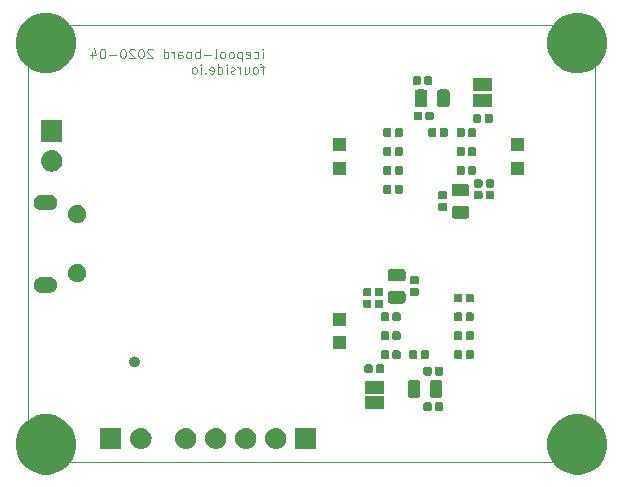
<source format=gbr>
G04 #@! TF.GenerationSoftware,KiCad,Pcbnew,(5.1.4)-1*
G04 #@! TF.CreationDate,2020-11-09T20:47:03-05:00*
G04 #@! TF.ProjectId,icepool-board,69636570-6f6f-46c2-9d62-6f6172642e6b,2020-04*
G04 #@! TF.SameCoordinates,Original*
G04 #@! TF.FileFunction,Soldermask,Bot*
G04 #@! TF.FilePolarity,Negative*
%FSLAX46Y46*%
G04 Gerber Fmt 4.6, Leading zero omitted, Abs format (unit mm)*
G04 Created by KiCad (PCBNEW (5.1.4)-1) date 2020-11-09 20:47:03*
%MOMM*%
%LPD*%
G04 APERTURE LIST*
%ADD10C,0.100000*%
%ADD11C,0.050000*%
%ADD12C,0.150000*%
G04 APERTURE END LIST*
D10*
X45344523Y-54311904D02*
X45344523Y-53778571D01*
X45344523Y-53511904D02*
X45382619Y-53550000D01*
X45344523Y-53588095D01*
X45306428Y-53550000D01*
X45344523Y-53511904D01*
X45344523Y-53588095D01*
X44620714Y-54273809D02*
X44696904Y-54311904D01*
X44849285Y-54311904D01*
X44925476Y-54273809D01*
X44963571Y-54235714D01*
X45001666Y-54159523D01*
X45001666Y-53930952D01*
X44963571Y-53854761D01*
X44925476Y-53816666D01*
X44849285Y-53778571D01*
X44696904Y-53778571D01*
X44620714Y-53816666D01*
X43973095Y-54273809D02*
X44049285Y-54311904D01*
X44201666Y-54311904D01*
X44277857Y-54273809D01*
X44315952Y-54197619D01*
X44315952Y-53892857D01*
X44277857Y-53816666D01*
X44201666Y-53778571D01*
X44049285Y-53778571D01*
X43973095Y-53816666D01*
X43935000Y-53892857D01*
X43935000Y-53969047D01*
X44315952Y-54045238D01*
X43592142Y-53778571D02*
X43592142Y-54578571D01*
X43592142Y-53816666D02*
X43515952Y-53778571D01*
X43363571Y-53778571D01*
X43287380Y-53816666D01*
X43249285Y-53854761D01*
X43211190Y-53930952D01*
X43211190Y-54159523D01*
X43249285Y-54235714D01*
X43287380Y-54273809D01*
X43363571Y-54311904D01*
X43515952Y-54311904D01*
X43592142Y-54273809D01*
X42754047Y-54311904D02*
X42830238Y-54273809D01*
X42868333Y-54235714D01*
X42906428Y-54159523D01*
X42906428Y-53930952D01*
X42868333Y-53854761D01*
X42830238Y-53816666D01*
X42754047Y-53778571D01*
X42639761Y-53778571D01*
X42563571Y-53816666D01*
X42525476Y-53854761D01*
X42487380Y-53930952D01*
X42487380Y-54159523D01*
X42525476Y-54235714D01*
X42563571Y-54273809D01*
X42639761Y-54311904D01*
X42754047Y-54311904D01*
X42030238Y-54311904D02*
X42106428Y-54273809D01*
X42144523Y-54235714D01*
X42182619Y-54159523D01*
X42182619Y-53930952D01*
X42144523Y-53854761D01*
X42106428Y-53816666D01*
X42030238Y-53778571D01*
X41915952Y-53778571D01*
X41839761Y-53816666D01*
X41801666Y-53854761D01*
X41763571Y-53930952D01*
X41763571Y-54159523D01*
X41801666Y-54235714D01*
X41839761Y-54273809D01*
X41915952Y-54311904D01*
X42030238Y-54311904D01*
X41306428Y-54311904D02*
X41382619Y-54273809D01*
X41420714Y-54197619D01*
X41420714Y-53511904D01*
X41001666Y-54007142D02*
X40392142Y-54007142D01*
X40011190Y-54311904D02*
X40011190Y-53511904D01*
X40011190Y-53816666D02*
X39935000Y-53778571D01*
X39782619Y-53778571D01*
X39706428Y-53816666D01*
X39668333Y-53854761D01*
X39630238Y-53930952D01*
X39630238Y-54159523D01*
X39668333Y-54235714D01*
X39706428Y-54273809D01*
X39782619Y-54311904D01*
X39935000Y-54311904D01*
X40011190Y-54273809D01*
X39173095Y-54311904D02*
X39249285Y-54273809D01*
X39287380Y-54235714D01*
X39325476Y-54159523D01*
X39325476Y-53930952D01*
X39287380Y-53854761D01*
X39249285Y-53816666D01*
X39173095Y-53778571D01*
X39058809Y-53778571D01*
X38982619Y-53816666D01*
X38944523Y-53854761D01*
X38906428Y-53930952D01*
X38906428Y-54159523D01*
X38944523Y-54235714D01*
X38982619Y-54273809D01*
X39058809Y-54311904D01*
X39173095Y-54311904D01*
X38220714Y-54311904D02*
X38220714Y-53892857D01*
X38258809Y-53816666D01*
X38335000Y-53778571D01*
X38487380Y-53778571D01*
X38563571Y-53816666D01*
X38220714Y-54273809D02*
X38296904Y-54311904D01*
X38487380Y-54311904D01*
X38563571Y-54273809D01*
X38601666Y-54197619D01*
X38601666Y-54121428D01*
X38563571Y-54045238D01*
X38487380Y-54007142D01*
X38296904Y-54007142D01*
X38220714Y-53969047D01*
X37839761Y-54311904D02*
X37839761Y-53778571D01*
X37839761Y-53930952D02*
X37801666Y-53854761D01*
X37763571Y-53816666D01*
X37687380Y-53778571D01*
X37611190Y-53778571D01*
X37001666Y-54311904D02*
X37001666Y-53511904D01*
X37001666Y-54273809D02*
X37077857Y-54311904D01*
X37230238Y-54311904D01*
X37306428Y-54273809D01*
X37344523Y-54235714D01*
X37382619Y-54159523D01*
X37382619Y-53930952D01*
X37344523Y-53854761D01*
X37306428Y-53816666D01*
X37230238Y-53778571D01*
X37077857Y-53778571D01*
X37001666Y-53816666D01*
X36049285Y-53588095D02*
X36011190Y-53550000D01*
X35935000Y-53511904D01*
X35744523Y-53511904D01*
X35668333Y-53550000D01*
X35630238Y-53588095D01*
X35592142Y-53664285D01*
X35592142Y-53740476D01*
X35630238Y-53854761D01*
X36087380Y-54311904D01*
X35592142Y-54311904D01*
X35096904Y-53511904D02*
X35020714Y-53511904D01*
X34944523Y-53550000D01*
X34906428Y-53588095D01*
X34868333Y-53664285D01*
X34830238Y-53816666D01*
X34830238Y-54007142D01*
X34868333Y-54159523D01*
X34906428Y-54235714D01*
X34944523Y-54273809D01*
X35020714Y-54311904D01*
X35096904Y-54311904D01*
X35173095Y-54273809D01*
X35211190Y-54235714D01*
X35249285Y-54159523D01*
X35287380Y-54007142D01*
X35287380Y-53816666D01*
X35249285Y-53664285D01*
X35211190Y-53588095D01*
X35173095Y-53550000D01*
X35096904Y-53511904D01*
X34525476Y-53588095D02*
X34487380Y-53550000D01*
X34411190Y-53511904D01*
X34220714Y-53511904D01*
X34144523Y-53550000D01*
X34106428Y-53588095D01*
X34068333Y-53664285D01*
X34068333Y-53740476D01*
X34106428Y-53854761D01*
X34563571Y-54311904D01*
X34068333Y-54311904D01*
X33573095Y-53511904D02*
X33496904Y-53511904D01*
X33420714Y-53550000D01*
X33382619Y-53588095D01*
X33344523Y-53664285D01*
X33306428Y-53816666D01*
X33306428Y-54007142D01*
X33344523Y-54159523D01*
X33382619Y-54235714D01*
X33420714Y-54273809D01*
X33496904Y-54311904D01*
X33573095Y-54311904D01*
X33649285Y-54273809D01*
X33687380Y-54235714D01*
X33725476Y-54159523D01*
X33763571Y-54007142D01*
X33763571Y-53816666D01*
X33725476Y-53664285D01*
X33687380Y-53588095D01*
X33649285Y-53550000D01*
X33573095Y-53511904D01*
X32963571Y-54007142D02*
X32354047Y-54007142D01*
X31820714Y-53511904D02*
X31744523Y-53511904D01*
X31668333Y-53550000D01*
X31630238Y-53588095D01*
X31592142Y-53664285D01*
X31554047Y-53816666D01*
X31554047Y-54007142D01*
X31592142Y-54159523D01*
X31630238Y-54235714D01*
X31668333Y-54273809D01*
X31744523Y-54311904D01*
X31820714Y-54311904D01*
X31896904Y-54273809D01*
X31935000Y-54235714D01*
X31973095Y-54159523D01*
X32011190Y-54007142D01*
X32011190Y-53816666D01*
X31973095Y-53664285D01*
X31935000Y-53588095D01*
X31896904Y-53550000D01*
X31820714Y-53511904D01*
X30868333Y-53778571D02*
X30868333Y-54311904D01*
X31058809Y-53473809D02*
X31249285Y-54045238D01*
X30754047Y-54045238D01*
X45458809Y-55078571D02*
X45154047Y-55078571D01*
X45344523Y-55611904D02*
X45344523Y-54926190D01*
X45306428Y-54850000D01*
X45230238Y-54811904D01*
X45154047Y-54811904D01*
X44773095Y-55611904D02*
X44849285Y-55573809D01*
X44887380Y-55535714D01*
X44925476Y-55459523D01*
X44925476Y-55230952D01*
X44887380Y-55154761D01*
X44849285Y-55116666D01*
X44773095Y-55078571D01*
X44658809Y-55078571D01*
X44582619Y-55116666D01*
X44544523Y-55154761D01*
X44506428Y-55230952D01*
X44506428Y-55459523D01*
X44544523Y-55535714D01*
X44582619Y-55573809D01*
X44658809Y-55611904D01*
X44773095Y-55611904D01*
X43820714Y-55078571D02*
X43820714Y-55611904D01*
X44163571Y-55078571D02*
X44163571Y-55497619D01*
X44125476Y-55573809D01*
X44049285Y-55611904D01*
X43935000Y-55611904D01*
X43858809Y-55573809D01*
X43820714Y-55535714D01*
X43439761Y-55611904D02*
X43439761Y-55078571D01*
X43439761Y-55230952D02*
X43401666Y-55154761D01*
X43363571Y-55116666D01*
X43287380Y-55078571D01*
X43211190Y-55078571D01*
X42982619Y-55573809D02*
X42906428Y-55611904D01*
X42754047Y-55611904D01*
X42677857Y-55573809D01*
X42639761Y-55497619D01*
X42639761Y-55459523D01*
X42677857Y-55383333D01*
X42754047Y-55345238D01*
X42868333Y-55345238D01*
X42944523Y-55307142D01*
X42982619Y-55230952D01*
X42982619Y-55192857D01*
X42944523Y-55116666D01*
X42868333Y-55078571D01*
X42754047Y-55078571D01*
X42677857Y-55116666D01*
X42296904Y-55611904D02*
X42296904Y-55078571D01*
X42296904Y-54811904D02*
X42335000Y-54850000D01*
X42296904Y-54888095D01*
X42258809Y-54850000D01*
X42296904Y-54811904D01*
X42296904Y-54888095D01*
X41573095Y-55611904D02*
X41573095Y-54811904D01*
X41573095Y-55573809D02*
X41649285Y-55611904D01*
X41801666Y-55611904D01*
X41877857Y-55573809D01*
X41915952Y-55535714D01*
X41954047Y-55459523D01*
X41954047Y-55230952D01*
X41915952Y-55154761D01*
X41877857Y-55116666D01*
X41801666Y-55078571D01*
X41649285Y-55078571D01*
X41573095Y-55116666D01*
X40887380Y-55573809D02*
X40963571Y-55611904D01*
X41115952Y-55611904D01*
X41192142Y-55573809D01*
X41230238Y-55497619D01*
X41230238Y-55192857D01*
X41192142Y-55116666D01*
X41115952Y-55078571D01*
X40963571Y-55078571D01*
X40887380Y-55116666D01*
X40849285Y-55192857D01*
X40849285Y-55269047D01*
X41230238Y-55345238D01*
X40506428Y-55535714D02*
X40468333Y-55573809D01*
X40506428Y-55611904D01*
X40544523Y-55573809D01*
X40506428Y-55535714D01*
X40506428Y-55611904D01*
X40125476Y-55611904D02*
X40125476Y-55078571D01*
X40125476Y-54811904D02*
X40163571Y-54850000D01*
X40125476Y-54888095D01*
X40087380Y-54850000D01*
X40125476Y-54811904D01*
X40125476Y-54888095D01*
X39630238Y-55611904D02*
X39706428Y-55573809D01*
X39744523Y-55535714D01*
X39782619Y-55459523D01*
X39782619Y-55230952D01*
X39744523Y-55154761D01*
X39706428Y-55116666D01*
X39630238Y-55078571D01*
X39515952Y-55078571D01*
X39439761Y-55116666D01*
X39401666Y-55154761D01*
X39363571Y-55230952D01*
X39363571Y-55459523D01*
X39401666Y-55535714D01*
X39439761Y-55573809D01*
X39515952Y-55611904D01*
X39630238Y-55611904D01*
D11*
X25500000Y-88500000D02*
X25500000Y-51500000D01*
X73500000Y-88500000D02*
X25500000Y-88500000D01*
X73500000Y-51500000D02*
X73500000Y-88500000D01*
X25500000Y-51500000D02*
X73500000Y-51500000D01*
D12*
G36*
X72744041Y-84547226D02*
G01*
X73208257Y-84739510D01*
X73626042Y-85018665D01*
X73981335Y-85373958D01*
X74260490Y-85791743D01*
X74452774Y-86255959D01*
X74550800Y-86748768D01*
X74550800Y-87251232D01*
X74452774Y-87744041D01*
X74260490Y-88208257D01*
X73981335Y-88626042D01*
X73626042Y-88981335D01*
X73208257Y-89260490D01*
X72744041Y-89452774D01*
X72251232Y-89550800D01*
X71748768Y-89550800D01*
X71255959Y-89452774D01*
X70791743Y-89260490D01*
X70373958Y-88981335D01*
X70018665Y-88626042D01*
X69739510Y-88208257D01*
X69547226Y-87744041D01*
X69449200Y-87251232D01*
X69449200Y-86748768D01*
X69547226Y-86255959D01*
X69739510Y-85791743D01*
X70018665Y-85373958D01*
X70373958Y-85018665D01*
X70791743Y-84739510D01*
X71255959Y-84547226D01*
X71748768Y-84449200D01*
X72251232Y-84449200D01*
X72744041Y-84547226D01*
X72744041Y-84547226D01*
G37*
G36*
X27744041Y-84547226D02*
G01*
X28208257Y-84739510D01*
X28626042Y-85018665D01*
X28981335Y-85373958D01*
X29260490Y-85791743D01*
X29452774Y-86255959D01*
X29550800Y-86748768D01*
X29550800Y-87251232D01*
X29452774Y-87744041D01*
X29260490Y-88208257D01*
X28981335Y-88626042D01*
X28626042Y-88981335D01*
X28208257Y-89260490D01*
X27744041Y-89452774D01*
X27251232Y-89550800D01*
X26748768Y-89550800D01*
X26255959Y-89452774D01*
X25791743Y-89260490D01*
X25373958Y-88981335D01*
X25018665Y-88626042D01*
X24739510Y-88208257D01*
X24547226Y-87744041D01*
X24449200Y-87251232D01*
X24449200Y-86748768D01*
X24547226Y-86255959D01*
X24739510Y-85791743D01*
X25018665Y-85373958D01*
X25373958Y-85018665D01*
X25791743Y-84739510D01*
X26255959Y-84547226D01*
X26748768Y-84449200D01*
X27251232Y-84449200D01*
X27744041Y-84547226D01*
X27744041Y-84547226D01*
G37*
G36*
X33400800Y-87400800D02*
G01*
X31599200Y-87400800D01*
X31599200Y-85599200D01*
X33400800Y-85599200D01*
X33400800Y-87400800D01*
X33400800Y-87400800D01*
G37*
G36*
X35216584Y-85612233D02*
G01*
X35216587Y-85612234D01*
X35216588Y-85612234D01*
X35386389Y-85663743D01*
X35433861Y-85689117D01*
X35542881Y-85747389D01*
X35680044Y-85859956D01*
X35792611Y-85997119D01*
X35833527Y-86073669D01*
X35876257Y-86153611D01*
X35907304Y-86255959D01*
X35927767Y-86323416D01*
X35945159Y-86500000D01*
X35927767Y-86676584D01*
X35927766Y-86676587D01*
X35927766Y-86676588D01*
X35876257Y-86846389D01*
X35850883Y-86893861D01*
X35792611Y-87002881D01*
X35680044Y-87140044D01*
X35542881Y-87252611D01*
X35477854Y-87287368D01*
X35386389Y-87336257D01*
X35216588Y-87387766D01*
X35216587Y-87387766D01*
X35216584Y-87387767D01*
X35084255Y-87400800D01*
X34995745Y-87400800D01*
X34863416Y-87387767D01*
X34863413Y-87387766D01*
X34863412Y-87387766D01*
X34693611Y-87336257D01*
X34602146Y-87287368D01*
X34537119Y-87252611D01*
X34399956Y-87140044D01*
X34287389Y-87002881D01*
X34229117Y-86893861D01*
X34203743Y-86846389D01*
X34152234Y-86676588D01*
X34152234Y-86676587D01*
X34152233Y-86676584D01*
X34134841Y-86500000D01*
X34152233Y-86323416D01*
X34172696Y-86255959D01*
X34203743Y-86153611D01*
X34246473Y-86073669D01*
X34287389Y-85997119D01*
X34399956Y-85859956D01*
X34537119Y-85747389D01*
X34646139Y-85689117D01*
X34693611Y-85663743D01*
X34863412Y-85612234D01*
X34863413Y-85612234D01*
X34863416Y-85612233D01*
X34995745Y-85599200D01*
X35084255Y-85599200D01*
X35216584Y-85612233D01*
X35216584Y-85612233D01*
G37*
G36*
X49900800Y-87400800D02*
G01*
X48099200Y-87400800D01*
X48099200Y-85599200D01*
X49900800Y-85599200D01*
X49900800Y-87400800D01*
X49900800Y-87400800D01*
G37*
G36*
X46636584Y-85612233D02*
G01*
X46636587Y-85612234D01*
X46636588Y-85612234D01*
X46806389Y-85663743D01*
X46853861Y-85689117D01*
X46962881Y-85747389D01*
X47100044Y-85859956D01*
X47212611Y-85997119D01*
X47253527Y-86073669D01*
X47296257Y-86153611D01*
X47327304Y-86255959D01*
X47347767Y-86323416D01*
X47365159Y-86500000D01*
X47347767Y-86676584D01*
X47347766Y-86676587D01*
X47347766Y-86676588D01*
X47296257Y-86846389D01*
X47270883Y-86893861D01*
X47212611Y-87002881D01*
X47100044Y-87140044D01*
X46962881Y-87252611D01*
X46897854Y-87287368D01*
X46806389Y-87336257D01*
X46636588Y-87387766D01*
X46636587Y-87387766D01*
X46636584Y-87387767D01*
X46504255Y-87400800D01*
X46415745Y-87400800D01*
X46283416Y-87387767D01*
X46283413Y-87387766D01*
X46283412Y-87387766D01*
X46113611Y-87336257D01*
X46022146Y-87287368D01*
X45957119Y-87252611D01*
X45819956Y-87140044D01*
X45707389Y-87002881D01*
X45649117Y-86893861D01*
X45623743Y-86846389D01*
X45572234Y-86676588D01*
X45572234Y-86676587D01*
X45572233Y-86676584D01*
X45554841Y-86500000D01*
X45572233Y-86323416D01*
X45592696Y-86255959D01*
X45623743Y-86153611D01*
X45666473Y-86073669D01*
X45707389Y-85997119D01*
X45819956Y-85859956D01*
X45957119Y-85747389D01*
X46066139Y-85689117D01*
X46113611Y-85663743D01*
X46283412Y-85612234D01*
X46283413Y-85612234D01*
X46283416Y-85612233D01*
X46415745Y-85599200D01*
X46504255Y-85599200D01*
X46636584Y-85612233D01*
X46636584Y-85612233D01*
G37*
G36*
X44096584Y-85612233D02*
G01*
X44096587Y-85612234D01*
X44096588Y-85612234D01*
X44266389Y-85663743D01*
X44313861Y-85689117D01*
X44422881Y-85747389D01*
X44560044Y-85859956D01*
X44672611Y-85997119D01*
X44713527Y-86073669D01*
X44756257Y-86153611D01*
X44787304Y-86255959D01*
X44807767Y-86323416D01*
X44825159Y-86500000D01*
X44807767Y-86676584D01*
X44807766Y-86676587D01*
X44807766Y-86676588D01*
X44756257Y-86846389D01*
X44730883Y-86893861D01*
X44672611Y-87002881D01*
X44560044Y-87140044D01*
X44422881Y-87252611D01*
X44357854Y-87287368D01*
X44266389Y-87336257D01*
X44096588Y-87387766D01*
X44096587Y-87387766D01*
X44096584Y-87387767D01*
X43964255Y-87400800D01*
X43875745Y-87400800D01*
X43743416Y-87387767D01*
X43743413Y-87387766D01*
X43743412Y-87387766D01*
X43573611Y-87336257D01*
X43482146Y-87287368D01*
X43417119Y-87252611D01*
X43279956Y-87140044D01*
X43167389Y-87002881D01*
X43109117Y-86893861D01*
X43083743Y-86846389D01*
X43032234Y-86676588D01*
X43032234Y-86676587D01*
X43032233Y-86676584D01*
X43014841Y-86500000D01*
X43032233Y-86323416D01*
X43052696Y-86255959D01*
X43083743Y-86153611D01*
X43126473Y-86073669D01*
X43167389Y-85997119D01*
X43279956Y-85859956D01*
X43417119Y-85747389D01*
X43526139Y-85689117D01*
X43573611Y-85663743D01*
X43743412Y-85612234D01*
X43743413Y-85612234D01*
X43743416Y-85612233D01*
X43875745Y-85599200D01*
X43964255Y-85599200D01*
X44096584Y-85612233D01*
X44096584Y-85612233D01*
G37*
G36*
X39016584Y-85612233D02*
G01*
X39016587Y-85612234D01*
X39016588Y-85612234D01*
X39186389Y-85663743D01*
X39233861Y-85689117D01*
X39342881Y-85747389D01*
X39480044Y-85859956D01*
X39592611Y-85997119D01*
X39633527Y-86073669D01*
X39676257Y-86153611D01*
X39707304Y-86255959D01*
X39727767Y-86323416D01*
X39745159Y-86500000D01*
X39727767Y-86676584D01*
X39727766Y-86676587D01*
X39727766Y-86676588D01*
X39676257Y-86846389D01*
X39650883Y-86893861D01*
X39592611Y-87002881D01*
X39480044Y-87140044D01*
X39342881Y-87252611D01*
X39277854Y-87287368D01*
X39186389Y-87336257D01*
X39016588Y-87387766D01*
X39016587Y-87387766D01*
X39016584Y-87387767D01*
X38884255Y-87400800D01*
X38795745Y-87400800D01*
X38663416Y-87387767D01*
X38663413Y-87387766D01*
X38663412Y-87387766D01*
X38493611Y-87336257D01*
X38402146Y-87287368D01*
X38337119Y-87252611D01*
X38199956Y-87140044D01*
X38087389Y-87002881D01*
X38029117Y-86893861D01*
X38003743Y-86846389D01*
X37952234Y-86676588D01*
X37952234Y-86676587D01*
X37952233Y-86676584D01*
X37934841Y-86500000D01*
X37952233Y-86323416D01*
X37972696Y-86255959D01*
X38003743Y-86153611D01*
X38046473Y-86073669D01*
X38087389Y-85997119D01*
X38199956Y-85859956D01*
X38337119Y-85747389D01*
X38446139Y-85689117D01*
X38493611Y-85663743D01*
X38663412Y-85612234D01*
X38663413Y-85612234D01*
X38663416Y-85612233D01*
X38795745Y-85599200D01*
X38884255Y-85599200D01*
X39016584Y-85612233D01*
X39016584Y-85612233D01*
G37*
G36*
X41556584Y-85612233D02*
G01*
X41556587Y-85612234D01*
X41556588Y-85612234D01*
X41726389Y-85663743D01*
X41773861Y-85689117D01*
X41882881Y-85747389D01*
X42020044Y-85859956D01*
X42132611Y-85997119D01*
X42173527Y-86073669D01*
X42216257Y-86153611D01*
X42247304Y-86255959D01*
X42267767Y-86323416D01*
X42285159Y-86500000D01*
X42267767Y-86676584D01*
X42267766Y-86676587D01*
X42267766Y-86676588D01*
X42216257Y-86846389D01*
X42190883Y-86893861D01*
X42132611Y-87002881D01*
X42020044Y-87140044D01*
X41882881Y-87252611D01*
X41817854Y-87287368D01*
X41726389Y-87336257D01*
X41556588Y-87387766D01*
X41556587Y-87387766D01*
X41556584Y-87387767D01*
X41424255Y-87400800D01*
X41335745Y-87400800D01*
X41203416Y-87387767D01*
X41203413Y-87387766D01*
X41203412Y-87387766D01*
X41033611Y-87336257D01*
X40942146Y-87287368D01*
X40877119Y-87252611D01*
X40739956Y-87140044D01*
X40627389Y-87002881D01*
X40569117Y-86893861D01*
X40543743Y-86846389D01*
X40492234Y-86676588D01*
X40492234Y-86676587D01*
X40492233Y-86676584D01*
X40474841Y-86500000D01*
X40492233Y-86323416D01*
X40512696Y-86255959D01*
X40543743Y-86153611D01*
X40586473Y-86073669D01*
X40627389Y-85997119D01*
X40739956Y-85859956D01*
X40877119Y-85747389D01*
X40986139Y-85689117D01*
X41033611Y-85663743D01*
X41203412Y-85612234D01*
X41203413Y-85612234D01*
X41203416Y-85612233D01*
X41335745Y-85599200D01*
X41424255Y-85599200D01*
X41556584Y-85612233D01*
X41556584Y-85612233D01*
G37*
G36*
X59542027Y-83432275D02*
G01*
X59569650Y-83440654D01*
X59595113Y-83454264D01*
X59617425Y-83472575D01*
X59635736Y-83494887D01*
X59649346Y-83520350D01*
X59657725Y-83547973D01*
X59660800Y-83579191D01*
X59660800Y-84020809D01*
X59657725Y-84052027D01*
X59649346Y-84079650D01*
X59635736Y-84105113D01*
X59617425Y-84127425D01*
X59595113Y-84145736D01*
X59569650Y-84159346D01*
X59542027Y-84167725D01*
X59510809Y-84170800D01*
X59119191Y-84170800D01*
X59087973Y-84167725D01*
X59060350Y-84159346D01*
X59034887Y-84145736D01*
X59012575Y-84127425D01*
X58994264Y-84105113D01*
X58980654Y-84079650D01*
X58972275Y-84052027D01*
X58969200Y-84020809D01*
X58969200Y-83579191D01*
X58972275Y-83547973D01*
X58980654Y-83520350D01*
X58994264Y-83494887D01*
X59012575Y-83472575D01*
X59034887Y-83454264D01*
X59060350Y-83440654D01*
X59087973Y-83432275D01*
X59119191Y-83429200D01*
X59510809Y-83429200D01*
X59542027Y-83432275D01*
X59542027Y-83432275D01*
G37*
G36*
X60512027Y-83432275D02*
G01*
X60539650Y-83440654D01*
X60565113Y-83454264D01*
X60587425Y-83472575D01*
X60605736Y-83494887D01*
X60619346Y-83520350D01*
X60627725Y-83547973D01*
X60630800Y-83579191D01*
X60630800Y-84020809D01*
X60627725Y-84052027D01*
X60619346Y-84079650D01*
X60605736Y-84105113D01*
X60587425Y-84127425D01*
X60565113Y-84145736D01*
X60539650Y-84159346D01*
X60512027Y-84167725D01*
X60480809Y-84170800D01*
X60089191Y-84170800D01*
X60057973Y-84167725D01*
X60030350Y-84159346D01*
X60004887Y-84145736D01*
X59982575Y-84127425D01*
X59964264Y-84105113D01*
X59950654Y-84079650D01*
X59942275Y-84052027D01*
X59939200Y-84020809D01*
X59939200Y-83579191D01*
X59942275Y-83547973D01*
X59950654Y-83520350D01*
X59964264Y-83494887D01*
X59982575Y-83472575D01*
X60004887Y-83454264D01*
X60030350Y-83440654D01*
X60057973Y-83432275D01*
X60089191Y-83429200D01*
X60480809Y-83429200D01*
X60512027Y-83432275D01*
X60512027Y-83432275D01*
G37*
G36*
X55600800Y-84000800D02*
G01*
X53999200Y-84000800D01*
X53999200Y-82899200D01*
X55600800Y-82899200D01*
X55600800Y-84000800D01*
X55600800Y-84000800D01*
G37*
G36*
X58504552Y-81554124D02*
G01*
X58550237Y-81567982D01*
X58592333Y-81590483D01*
X58629234Y-81620766D01*
X58659517Y-81657667D01*
X58682018Y-81699763D01*
X58695876Y-81745448D01*
X58700800Y-81795442D01*
X58700800Y-82804558D01*
X58695876Y-82854552D01*
X58682018Y-82900237D01*
X58659517Y-82942333D01*
X58629234Y-82979234D01*
X58592333Y-83009517D01*
X58550237Y-83032018D01*
X58504552Y-83045876D01*
X58454558Y-83050800D01*
X57870442Y-83050800D01*
X57820448Y-83045876D01*
X57774763Y-83032018D01*
X57732667Y-83009517D01*
X57695766Y-82979234D01*
X57665483Y-82942333D01*
X57642982Y-82900237D01*
X57629124Y-82854552D01*
X57624200Y-82804558D01*
X57624200Y-81795442D01*
X57629124Y-81745448D01*
X57642982Y-81699763D01*
X57665483Y-81657667D01*
X57695766Y-81620766D01*
X57732667Y-81590483D01*
X57774763Y-81567982D01*
X57820448Y-81554124D01*
X57870442Y-81549200D01*
X58454558Y-81549200D01*
X58504552Y-81554124D01*
X58504552Y-81554124D01*
G37*
G36*
X60379552Y-81554124D02*
G01*
X60425237Y-81567982D01*
X60467333Y-81590483D01*
X60504234Y-81620766D01*
X60534517Y-81657667D01*
X60557018Y-81699763D01*
X60570876Y-81745448D01*
X60575800Y-81795442D01*
X60575800Y-82804558D01*
X60570876Y-82854552D01*
X60557018Y-82900237D01*
X60534517Y-82942333D01*
X60504234Y-82979234D01*
X60467333Y-83009517D01*
X60425237Y-83032018D01*
X60379552Y-83045876D01*
X60329558Y-83050800D01*
X59745442Y-83050800D01*
X59695448Y-83045876D01*
X59649763Y-83032018D01*
X59607667Y-83009517D01*
X59570766Y-82979234D01*
X59540483Y-82942333D01*
X59517982Y-82900237D01*
X59504124Y-82854552D01*
X59499200Y-82804558D01*
X59499200Y-81795442D01*
X59504124Y-81745448D01*
X59517982Y-81699763D01*
X59540483Y-81657667D01*
X59570766Y-81620766D01*
X59607667Y-81590483D01*
X59649763Y-81567982D01*
X59695448Y-81554124D01*
X59745442Y-81549200D01*
X60329558Y-81549200D01*
X60379552Y-81554124D01*
X60379552Y-81554124D01*
G37*
G36*
X55600800Y-82700800D02*
G01*
X53999200Y-82700800D01*
X53999200Y-81599200D01*
X55600800Y-81599200D01*
X55600800Y-82700800D01*
X55600800Y-82700800D01*
G37*
G36*
X59542027Y-80432275D02*
G01*
X59569650Y-80440654D01*
X59595113Y-80454264D01*
X59617425Y-80472575D01*
X59635736Y-80494887D01*
X59649346Y-80520350D01*
X59657725Y-80547973D01*
X59660800Y-80579191D01*
X59660800Y-81020809D01*
X59657725Y-81052027D01*
X59649346Y-81079650D01*
X59635736Y-81105113D01*
X59617425Y-81127425D01*
X59595113Y-81145736D01*
X59569650Y-81159346D01*
X59542027Y-81167725D01*
X59510809Y-81170800D01*
X59119191Y-81170800D01*
X59087973Y-81167725D01*
X59060350Y-81159346D01*
X59034887Y-81145736D01*
X59012575Y-81127425D01*
X58994264Y-81105113D01*
X58980654Y-81079650D01*
X58972275Y-81052027D01*
X58969200Y-81020809D01*
X58969200Y-80579191D01*
X58972275Y-80547973D01*
X58980654Y-80520350D01*
X58994264Y-80494887D01*
X59012575Y-80472575D01*
X59034887Y-80454264D01*
X59060350Y-80440654D01*
X59087973Y-80432275D01*
X59119191Y-80429200D01*
X59510809Y-80429200D01*
X59542027Y-80432275D01*
X59542027Y-80432275D01*
G37*
G36*
X60512027Y-80432275D02*
G01*
X60539650Y-80440654D01*
X60565113Y-80454264D01*
X60587425Y-80472575D01*
X60605736Y-80494887D01*
X60619346Y-80520350D01*
X60627725Y-80547973D01*
X60630800Y-80579191D01*
X60630800Y-81020809D01*
X60627725Y-81052027D01*
X60619346Y-81079650D01*
X60605736Y-81105113D01*
X60587425Y-81127425D01*
X60565113Y-81145736D01*
X60539650Y-81159346D01*
X60512027Y-81167725D01*
X60480809Y-81170800D01*
X60089191Y-81170800D01*
X60057973Y-81167725D01*
X60030350Y-81159346D01*
X60004887Y-81145736D01*
X59982575Y-81127425D01*
X59964264Y-81105113D01*
X59950654Y-81079650D01*
X59942275Y-81052027D01*
X59939200Y-81020809D01*
X59939200Y-80579191D01*
X59942275Y-80547973D01*
X59950654Y-80520350D01*
X59964264Y-80494887D01*
X59982575Y-80472575D01*
X60004887Y-80454264D01*
X60030350Y-80440654D01*
X60057973Y-80432275D01*
X60089191Y-80429200D01*
X60480809Y-80429200D01*
X60512027Y-80432275D01*
X60512027Y-80432275D01*
G37*
G36*
X55512027Y-80232275D02*
G01*
X55539650Y-80240654D01*
X55565113Y-80254264D01*
X55587425Y-80272575D01*
X55605736Y-80294887D01*
X55619346Y-80320350D01*
X55627725Y-80347973D01*
X55630800Y-80379191D01*
X55630800Y-80820809D01*
X55627725Y-80852027D01*
X55619346Y-80879650D01*
X55605736Y-80905113D01*
X55587425Y-80927425D01*
X55565113Y-80945736D01*
X55539650Y-80959346D01*
X55512027Y-80967725D01*
X55480809Y-80970800D01*
X55089191Y-80970800D01*
X55057973Y-80967725D01*
X55030350Y-80959346D01*
X55004887Y-80945736D01*
X54982575Y-80927425D01*
X54964264Y-80905113D01*
X54950654Y-80879650D01*
X54942275Y-80852027D01*
X54939200Y-80820809D01*
X54939200Y-80379191D01*
X54942275Y-80347973D01*
X54950654Y-80320350D01*
X54964264Y-80294887D01*
X54982575Y-80272575D01*
X55004887Y-80254264D01*
X55030350Y-80240654D01*
X55057973Y-80232275D01*
X55089191Y-80229200D01*
X55480809Y-80229200D01*
X55512027Y-80232275D01*
X55512027Y-80232275D01*
G37*
G36*
X54542027Y-80232275D02*
G01*
X54569650Y-80240654D01*
X54595113Y-80254264D01*
X54617425Y-80272575D01*
X54635736Y-80294887D01*
X54649346Y-80320350D01*
X54657725Y-80347973D01*
X54660800Y-80379191D01*
X54660800Y-80820809D01*
X54657725Y-80852027D01*
X54649346Y-80879650D01*
X54635736Y-80905113D01*
X54617425Y-80927425D01*
X54595113Y-80945736D01*
X54569650Y-80959346D01*
X54542027Y-80967725D01*
X54510809Y-80970800D01*
X54119191Y-80970800D01*
X54087973Y-80967725D01*
X54060350Y-80959346D01*
X54034887Y-80945736D01*
X54012575Y-80927425D01*
X53994264Y-80905113D01*
X53980654Y-80879650D01*
X53972275Y-80852027D01*
X53969200Y-80820809D01*
X53969200Y-80379191D01*
X53972275Y-80347973D01*
X53980654Y-80320350D01*
X53994264Y-80294887D01*
X54012575Y-80272575D01*
X54034887Y-80254264D01*
X54060350Y-80240654D01*
X54087973Y-80232275D01*
X54119191Y-80229200D01*
X54510809Y-80229200D01*
X54542027Y-80232275D01*
X54542027Y-80232275D01*
G37*
G36*
X34631494Y-79566524D02*
G01*
X34672513Y-79583515D01*
X34713534Y-79600506D01*
X34743919Y-79620809D01*
X34787370Y-79649842D01*
X34850158Y-79712630D01*
X34860044Y-79727425D01*
X34899494Y-79786466D01*
X34933476Y-79868507D01*
X34950800Y-79955600D01*
X34950800Y-80044400D01*
X34933476Y-80131493D01*
X34899494Y-80213534D01*
X34880232Y-80242361D01*
X34850158Y-80287370D01*
X34787370Y-80350158D01*
X34762646Y-80366678D01*
X34713534Y-80399494D01*
X34707242Y-80402100D01*
X34631494Y-80433476D01*
X34544400Y-80450800D01*
X34455600Y-80450800D01*
X34368506Y-80433476D01*
X34292758Y-80402100D01*
X34286466Y-80399494D01*
X34237354Y-80366678D01*
X34212630Y-80350158D01*
X34149842Y-80287370D01*
X34119768Y-80242361D01*
X34100506Y-80213534D01*
X34066524Y-80131493D01*
X34049200Y-80044400D01*
X34049200Y-79955600D01*
X34066524Y-79868507D01*
X34100506Y-79786466D01*
X34139956Y-79727425D01*
X34149842Y-79712630D01*
X34212630Y-79649842D01*
X34256081Y-79620809D01*
X34286466Y-79600506D01*
X34327487Y-79583515D01*
X34368506Y-79566524D01*
X34455600Y-79549200D01*
X34544400Y-79549200D01*
X34631494Y-79566524D01*
X34631494Y-79566524D01*
G37*
G36*
X55942027Y-79032275D02*
G01*
X55969650Y-79040654D01*
X55995113Y-79054264D01*
X56017425Y-79072575D01*
X56035736Y-79094887D01*
X56049346Y-79120350D01*
X56057725Y-79147973D01*
X56060800Y-79179191D01*
X56060800Y-79620809D01*
X56057725Y-79652027D01*
X56049346Y-79679650D01*
X56035736Y-79705113D01*
X56017425Y-79727425D01*
X55995113Y-79745736D01*
X55969650Y-79759346D01*
X55942027Y-79767725D01*
X55910809Y-79770800D01*
X55519191Y-79770800D01*
X55487973Y-79767725D01*
X55460350Y-79759346D01*
X55434887Y-79745736D01*
X55412575Y-79727425D01*
X55394264Y-79705113D01*
X55380654Y-79679650D01*
X55372275Y-79652027D01*
X55369200Y-79620809D01*
X55369200Y-79179191D01*
X55372275Y-79147973D01*
X55380654Y-79120350D01*
X55394264Y-79094887D01*
X55412575Y-79072575D01*
X55434887Y-79054264D01*
X55460350Y-79040654D01*
X55487973Y-79032275D01*
X55519191Y-79029200D01*
X55910809Y-79029200D01*
X55942027Y-79032275D01*
X55942027Y-79032275D01*
G37*
G36*
X59312027Y-79032275D02*
G01*
X59339650Y-79040654D01*
X59365113Y-79054264D01*
X59387425Y-79072575D01*
X59405736Y-79094887D01*
X59419346Y-79120350D01*
X59427725Y-79147973D01*
X59430800Y-79179191D01*
X59430800Y-79620809D01*
X59427725Y-79652027D01*
X59419346Y-79679650D01*
X59405736Y-79705113D01*
X59387425Y-79727425D01*
X59365113Y-79745736D01*
X59339650Y-79759346D01*
X59312027Y-79767725D01*
X59280809Y-79770800D01*
X58889191Y-79770800D01*
X58857973Y-79767725D01*
X58830350Y-79759346D01*
X58804887Y-79745736D01*
X58782575Y-79727425D01*
X58764264Y-79705113D01*
X58750654Y-79679650D01*
X58742275Y-79652027D01*
X58739200Y-79620809D01*
X58739200Y-79179191D01*
X58742275Y-79147973D01*
X58750654Y-79120350D01*
X58764264Y-79094887D01*
X58782575Y-79072575D01*
X58804887Y-79054264D01*
X58830350Y-79040654D01*
X58857973Y-79032275D01*
X58889191Y-79029200D01*
X59280809Y-79029200D01*
X59312027Y-79032275D01*
X59312027Y-79032275D01*
G37*
G36*
X56912027Y-79032275D02*
G01*
X56939650Y-79040654D01*
X56965113Y-79054264D01*
X56987425Y-79072575D01*
X57005736Y-79094887D01*
X57019346Y-79120350D01*
X57027725Y-79147973D01*
X57030800Y-79179191D01*
X57030800Y-79620809D01*
X57027725Y-79652027D01*
X57019346Y-79679650D01*
X57005736Y-79705113D01*
X56987425Y-79727425D01*
X56965113Y-79745736D01*
X56939650Y-79759346D01*
X56912027Y-79767725D01*
X56880809Y-79770800D01*
X56489191Y-79770800D01*
X56457973Y-79767725D01*
X56430350Y-79759346D01*
X56404887Y-79745736D01*
X56382575Y-79727425D01*
X56364264Y-79705113D01*
X56350654Y-79679650D01*
X56342275Y-79652027D01*
X56339200Y-79620809D01*
X56339200Y-79179191D01*
X56342275Y-79147973D01*
X56350654Y-79120350D01*
X56364264Y-79094887D01*
X56382575Y-79072575D01*
X56404887Y-79054264D01*
X56430350Y-79040654D01*
X56457973Y-79032275D01*
X56489191Y-79029200D01*
X56880809Y-79029200D01*
X56912027Y-79032275D01*
X56912027Y-79032275D01*
G37*
G36*
X62142027Y-79032275D02*
G01*
X62169650Y-79040654D01*
X62195113Y-79054264D01*
X62217425Y-79072575D01*
X62235736Y-79094887D01*
X62249346Y-79120350D01*
X62257725Y-79147973D01*
X62260800Y-79179191D01*
X62260800Y-79620809D01*
X62257725Y-79652027D01*
X62249346Y-79679650D01*
X62235736Y-79705113D01*
X62217425Y-79727425D01*
X62195113Y-79745736D01*
X62169650Y-79759346D01*
X62142027Y-79767725D01*
X62110809Y-79770800D01*
X61719191Y-79770800D01*
X61687973Y-79767725D01*
X61660350Y-79759346D01*
X61634887Y-79745736D01*
X61612575Y-79727425D01*
X61594264Y-79705113D01*
X61580654Y-79679650D01*
X61572275Y-79652027D01*
X61569200Y-79620809D01*
X61569200Y-79179191D01*
X61572275Y-79147973D01*
X61580654Y-79120350D01*
X61594264Y-79094887D01*
X61612575Y-79072575D01*
X61634887Y-79054264D01*
X61660350Y-79040654D01*
X61687973Y-79032275D01*
X61719191Y-79029200D01*
X62110809Y-79029200D01*
X62142027Y-79032275D01*
X62142027Y-79032275D01*
G37*
G36*
X58342027Y-79032275D02*
G01*
X58369650Y-79040654D01*
X58395113Y-79054264D01*
X58417425Y-79072575D01*
X58435736Y-79094887D01*
X58449346Y-79120350D01*
X58457725Y-79147973D01*
X58460800Y-79179191D01*
X58460800Y-79620809D01*
X58457725Y-79652027D01*
X58449346Y-79679650D01*
X58435736Y-79705113D01*
X58417425Y-79727425D01*
X58395113Y-79745736D01*
X58369650Y-79759346D01*
X58342027Y-79767725D01*
X58310809Y-79770800D01*
X57919191Y-79770800D01*
X57887973Y-79767725D01*
X57860350Y-79759346D01*
X57834887Y-79745736D01*
X57812575Y-79727425D01*
X57794264Y-79705113D01*
X57780654Y-79679650D01*
X57772275Y-79652027D01*
X57769200Y-79620809D01*
X57769200Y-79179191D01*
X57772275Y-79147973D01*
X57780654Y-79120350D01*
X57794264Y-79094887D01*
X57812575Y-79072575D01*
X57834887Y-79054264D01*
X57860350Y-79040654D01*
X57887973Y-79032275D01*
X57919191Y-79029200D01*
X58310809Y-79029200D01*
X58342027Y-79032275D01*
X58342027Y-79032275D01*
G37*
G36*
X63112027Y-79032275D02*
G01*
X63139650Y-79040654D01*
X63165113Y-79054264D01*
X63187425Y-79072575D01*
X63205736Y-79094887D01*
X63219346Y-79120350D01*
X63227725Y-79147973D01*
X63230800Y-79179191D01*
X63230800Y-79620809D01*
X63227725Y-79652027D01*
X63219346Y-79679650D01*
X63205736Y-79705113D01*
X63187425Y-79727425D01*
X63165113Y-79745736D01*
X63139650Y-79759346D01*
X63112027Y-79767725D01*
X63080809Y-79770800D01*
X62689191Y-79770800D01*
X62657973Y-79767725D01*
X62630350Y-79759346D01*
X62604887Y-79745736D01*
X62582575Y-79727425D01*
X62564264Y-79705113D01*
X62550654Y-79679650D01*
X62542275Y-79652027D01*
X62539200Y-79620809D01*
X62539200Y-79179191D01*
X62542275Y-79147973D01*
X62550654Y-79120350D01*
X62564264Y-79094887D01*
X62582575Y-79072575D01*
X62604887Y-79054264D01*
X62630350Y-79040654D01*
X62657973Y-79032275D01*
X62689191Y-79029200D01*
X63080809Y-79029200D01*
X63112027Y-79032275D01*
X63112027Y-79032275D01*
G37*
G36*
X52450800Y-78950800D02*
G01*
X51349200Y-78950800D01*
X51349200Y-77849200D01*
X52450800Y-77849200D01*
X52450800Y-78950800D01*
X52450800Y-78950800D01*
G37*
G36*
X62142027Y-77432275D02*
G01*
X62169650Y-77440654D01*
X62195113Y-77454264D01*
X62217425Y-77472575D01*
X62235736Y-77494887D01*
X62249346Y-77520350D01*
X62257725Y-77547973D01*
X62260800Y-77579191D01*
X62260800Y-78020809D01*
X62257725Y-78052027D01*
X62249346Y-78079650D01*
X62235736Y-78105113D01*
X62217425Y-78127425D01*
X62195113Y-78145736D01*
X62169650Y-78159346D01*
X62142027Y-78167725D01*
X62110809Y-78170800D01*
X61719191Y-78170800D01*
X61687973Y-78167725D01*
X61660350Y-78159346D01*
X61634887Y-78145736D01*
X61612575Y-78127425D01*
X61594264Y-78105113D01*
X61580654Y-78079650D01*
X61572275Y-78052027D01*
X61569200Y-78020809D01*
X61569200Y-77579191D01*
X61572275Y-77547973D01*
X61580654Y-77520350D01*
X61594264Y-77494887D01*
X61612575Y-77472575D01*
X61634887Y-77454264D01*
X61660350Y-77440654D01*
X61687973Y-77432275D01*
X61719191Y-77429200D01*
X62110809Y-77429200D01*
X62142027Y-77432275D01*
X62142027Y-77432275D01*
G37*
G36*
X63112027Y-77432275D02*
G01*
X63139650Y-77440654D01*
X63165113Y-77454264D01*
X63187425Y-77472575D01*
X63205736Y-77494887D01*
X63219346Y-77520350D01*
X63227725Y-77547973D01*
X63230800Y-77579191D01*
X63230800Y-78020809D01*
X63227725Y-78052027D01*
X63219346Y-78079650D01*
X63205736Y-78105113D01*
X63187425Y-78127425D01*
X63165113Y-78145736D01*
X63139650Y-78159346D01*
X63112027Y-78167725D01*
X63080809Y-78170800D01*
X62689191Y-78170800D01*
X62657973Y-78167725D01*
X62630350Y-78159346D01*
X62604887Y-78145736D01*
X62582575Y-78127425D01*
X62564264Y-78105113D01*
X62550654Y-78079650D01*
X62542275Y-78052027D01*
X62539200Y-78020809D01*
X62539200Y-77579191D01*
X62542275Y-77547973D01*
X62550654Y-77520350D01*
X62564264Y-77494887D01*
X62582575Y-77472575D01*
X62604887Y-77454264D01*
X62630350Y-77440654D01*
X62657973Y-77432275D01*
X62689191Y-77429200D01*
X63080809Y-77429200D01*
X63112027Y-77432275D01*
X63112027Y-77432275D01*
G37*
G36*
X56912027Y-77432275D02*
G01*
X56939650Y-77440654D01*
X56965113Y-77454264D01*
X56987425Y-77472575D01*
X57005736Y-77494887D01*
X57019346Y-77520350D01*
X57027725Y-77547973D01*
X57030800Y-77579191D01*
X57030800Y-78020809D01*
X57027725Y-78052027D01*
X57019346Y-78079650D01*
X57005736Y-78105113D01*
X56987425Y-78127425D01*
X56965113Y-78145736D01*
X56939650Y-78159346D01*
X56912027Y-78167725D01*
X56880809Y-78170800D01*
X56489191Y-78170800D01*
X56457973Y-78167725D01*
X56430350Y-78159346D01*
X56404887Y-78145736D01*
X56382575Y-78127425D01*
X56364264Y-78105113D01*
X56350654Y-78079650D01*
X56342275Y-78052027D01*
X56339200Y-78020809D01*
X56339200Y-77579191D01*
X56342275Y-77547973D01*
X56350654Y-77520350D01*
X56364264Y-77494887D01*
X56382575Y-77472575D01*
X56404887Y-77454264D01*
X56430350Y-77440654D01*
X56457973Y-77432275D01*
X56489191Y-77429200D01*
X56880809Y-77429200D01*
X56912027Y-77432275D01*
X56912027Y-77432275D01*
G37*
G36*
X55942027Y-77432275D02*
G01*
X55969650Y-77440654D01*
X55995113Y-77454264D01*
X56017425Y-77472575D01*
X56035736Y-77494887D01*
X56049346Y-77520350D01*
X56057725Y-77547973D01*
X56060800Y-77579191D01*
X56060800Y-78020809D01*
X56057725Y-78052027D01*
X56049346Y-78079650D01*
X56035736Y-78105113D01*
X56017425Y-78127425D01*
X55995113Y-78145736D01*
X55969650Y-78159346D01*
X55942027Y-78167725D01*
X55910809Y-78170800D01*
X55519191Y-78170800D01*
X55487973Y-78167725D01*
X55460350Y-78159346D01*
X55434887Y-78145736D01*
X55412575Y-78127425D01*
X55394264Y-78105113D01*
X55380654Y-78079650D01*
X55372275Y-78052027D01*
X55369200Y-78020809D01*
X55369200Y-77579191D01*
X55372275Y-77547973D01*
X55380654Y-77520350D01*
X55394264Y-77494887D01*
X55412575Y-77472575D01*
X55434887Y-77454264D01*
X55460350Y-77440654D01*
X55487973Y-77432275D01*
X55519191Y-77429200D01*
X55910809Y-77429200D01*
X55942027Y-77432275D01*
X55942027Y-77432275D01*
G37*
G36*
X52450800Y-76950800D02*
G01*
X51349200Y-76950800D01*
X51349200Y-75849200D01*
X52450800Y-75849200D01*
X52450800Y-76950800D01*
X52450800Y-76950800D01*
G37*
G36*
X63112027Y-75832275D02*
G01*
X63139650Y-75840654D01*
X63165113Y-75854264D01*
X63187425Y-75872575D01*
X63205736Y-75894887D01*
X63219346Y-75920350D01*
X63227725Y-75947973D01*
X63230800Y-75979191D01*
X63230800Y-76420809D01*
X63227725Y-76452027D01*
X63219346Y-76479650D01*
X63205736Y-76505113D01*
X63187425Y-76527425D01*
X63165113Y-76545736D01*
X63139650Y-76559346D01*
X63112027Y-76567725D01*
X63080809Y-76570800D01*
X62689191Y-76570800D01*
X62657973Y-76567725D01*
X62630350Y-76559346D01*
X62604887Y-76545736D01*
X62582575Y-76527425D01*
X62564264Y-76505113D01*
X62550654Y-76479650D01*
X62542275Y-76452027D01*
X62539200Y-76420809D01*
X62539200Y-75979191D01*
X62542275Y-75947973D01*
X62550654Y-75920350D01*
X62564264Y-75894887D01*
X62582575Y-75872575D01*
X62604887Y-75854264D01*
X62630350Y-75840654D01*
X62657973Y-75832275D01*
X62689191Y-75829200D01*
X63080809Y-75829200D01*
X63112027Y-75832275D01*
X63112027Y-75832275D01*
G37*
G36*
X62142027Y-75832275D02*
G01*
X62169650Y-75840654D01*
X62195113Y-75854264D01*
X62217425Y-75872575D01*
X62235736Y-75894887D01*
X62249346Y-75920350D01*
X62257725Y-75947973D01*
X62260800Y-75979191D01*
X62260800Y-76420809D01*
X62257725Y-76452027D01*
X62249346Y-76479650D01*
X62235736Y-76505113D01*
X62217425Y-76527425D01*
X62195113Y-76545736D01*
X62169650Y-76559346D01*
X62142027Y-76567725D01*
X62110809Y-76570800D01*
X61719191Y-76570800D01*
X61687973Y-76567725D01*
X61660350Y-76559346D01*
X61634887Y-76545736D01*
X61612575Y-76527425D01*
X61594264Y-76505113D01*
X61580654Y-76479650D01*
X61572275Y-76452027D01*
X61569200Y-76420809D01*
X61569200Y-75979191D01*
X61572275Y-75947973D01*
X61580654Y-75920350D01*
X61594264Y-75894887D01*
X61612575Y-75872575D01*
X61634887Y-75854264D01*
X61660350Y-75840654D01*
X61687973Y-75832275D01*
X61719191Y-75829200D01*
X62110809Y-75829200D01*
X62142027Y-75832275D01*
X62142027Y-75832275D01*
G37*
G36*
X55942027Y-75832275D02*
G01*
X55969650Y-75840654D01*
X55995113Y-75854264D01*
X56017425Y-75872575D01*
X56035736Y-75894887D01*
X56049346Y-75920350D01*
X56057725Y-75947973D01*
X56060800Y-75979191D01*
X56060800Y-76420809D01*
X56057725Y-76452027D01*
X56049346Y-76479650D01*
X56035736Y-76505113D01*
X56017425Y-76527425D01*
X55995113Y-76545736D01*
X55969650Y-76559346D01*
X55942027Y-76567725D01*
X55910809Y-76570800D01*
X55519191Y-76570800D01*
X55487973Y-76567725D01*
X55460350Y-76559346D01*
X55434887Y-76545736D01*
X55412575Y-76527425D01*
X55394264Y-76505113D01*
X55380654Y-76479650D01*
X55372275Y-76452027D01*
X55369200Y-76420809D01*
X55369200Y-75979191D01*
X55372275Y-75947973D01*
X55380654Y-75920350D01*
X55394264Y-75894887D01*
X55412575Y-75872575D01*
X55434887Y-75854264D01*
X55460350Y-75840654D01*
X55487973Y-75832275D01*
X55519191Y-75829200D01*
X55910809Y-75829200D01*
X55942027Y-75832275D01*
X55942027Y-75832275D01*
G37*
G36*
X56912027Y-75832275D02*
G01*
X56939650Y-75840654D01*
X56965113Y-75854264D01*
X56987425Y-75872575D01*
X57005736Y-75894887D01*
X57019346Y-75920350D01*
X57027725Y-75947973D01*
X57030800Y-75979191D01*
X57030800Y-76420809D01*
X57027725Y-76452027D01*
X57019346Y-76479650D01*
X57005736Y-76505113D01*
X56987425Y-76527425D01*
X56965113Y-76545736D01*
X56939650Y-76559346D01*
X56912027Y-76567725D01*
X56880809Y-76570800D01*
X56489191Y-76570800D01*
X56457973Y-76567725D01*
X56430350Y-76559346D01*
X56404887Y-76545736D01*
X56382575Y-76527425D01*
X56364264Y-76505113D01*
X56350654Y-76479650D01*
X56342275Y-76452027D01*
X56339200Y-76420809D01*
X56339200Y-75979191D01*
X56342275Y-75947973D01*
X56350654Y-75920350D01*
X56364264Y-75894887D01*
X56382575Y-75872575D01*
X56404887Y-75854264D01*
X56430350Y-75840654D01*
X56457973Y-75832275D01*
X56489191Y-75829200D01*
X56880809Y-75829200D01*
X56912027Y-75832275D01*
X56912027Y-75832275D01*
G37*
G36*
X54452027Y-74742275D02*
G01*
X54479650Y-74750654D01*
X54505113Y-74764264D01*
X54527425Y-74782575D01*
X54545736Y-74804887D01*
X54559346Y-74830350D01*
X54567725Y-74857973D01*
X54570800Y-74889191D01*
X54570800Y-75280809D01*
X54567725Y-75312027D01*
X54559346Y-75339650D01*
X54545736Y-75365113D01*
X54527425Y-75387425D01*
X54505113Y-75405736D01*
X54479650Y-75419346D01*
X54452027Y-75427725D01*
X54420809Y-75430800D01*
X53979191Y-75430800D01*
X53947973Y-75427725D01*
X53920350Y-75419346D01*
X53894887Y-75405736D01*
X53872575Y-75387425D01*
X53854264Y-75365113D01*
X53840654Y-75339650D01*
X53832275Y-75312027D01*
X53829200Y-75280809D01*
X53829200Y-74889191D01*
X53832275Y-74857973D01*
X53840654Y-74830350D01*
X53854264Y-74804887D01*
X53872575Y-74782575D01*
X53894887Y-74764264D01*
X53920350Y-74750654D01*
X53947973Y-74742275D01*
X53979191Y-74739200D01*
X54420809Y-74739200D01*
X54452027Y-74742275D01*
X54452027Y-74742275D01*
G37*
G36*
X55452028Y-74742275D02*
G01*
X55479651Y-74750654D01*
X55505114Y-74764264D01*
X55527426Y-74782575D01*
X55545737Y-74804887D01*
X55559347Y-74830350D01*
X55567726Y-74857973D01*
X55570801Y-74889191D01*
X55570801Y-75280809D01*
X55567726Y-75312027D01*
X55559347Y-75339650D01*
X55545737Y-75365113D01*
X55527426Y-75387425D01*
X55505114Y-75405736D01*
X55479651Y-75419346D01*
X55452028Y-75427725D01*
X55420810Y-75430800D01*
X54979192Y-75430800D01*
X54947974Y-75427725D01*
X54920351Y-75419346D01*
X54894888Y-75405736D01*
X54872576Y-75387425D01*
X54854265Y-75365113D01*
X54840655Y-75339650D01*
X54832276Y-75312027D01*
X54829201Y-75280809D01*
X54829201Y-74889191D01*
X54832276Y-74857973D01*
X54840655Y-74830350D01*
X54854265Y-74804887D01*
X54872576Y-74782575D01*
X54894888Y-74764264D01*
X54920351Y-74750654D01*
X54947974Y-74742275D01*
X54979192Y-74739200D01*
X55420810Y-74739200D01*
X55452028Y-74742275D01*
X55452028Y-74742275D01*
G37*
G36*
X57254552Y-74004124D02*
G01*
X57300237Y-74017982D01*
X57342333Y-74040483D01*
X57379234Y-74070766D01*
X57409517Y-74107667D01*
X57432018Y-74149763D01*
X57445876Y-74195448D01*
X57450800Y-74245442D01*
X57450800Y-74829558D01*
X57445876Y-74879552D01*
X57432018Y-74925237D01*
X57409517Y-74967333D01*
X57379234Y-75004234D01*
X57342333Y-75034517D01*
X57300237Y-75057018D01*
X57254552Y-75070876D01*
X57204558Y-75075800D01*
X56195442Y-75075800D01*
X56145448Y-75070876D01*
X56099763Y-75057018D01*
X56057667Y-75034517D01*
X56020766Y-75004234D01*
X55990483Y-74967333D01*
X55967982Y-74925237D01*
X55954124Y-74879552D01*
X55949200Y-74829558D01*
X55949200Y-74245442D01*
X55954124Y-74195448D01*
X55967982Y-74149763D01*
X55990483Y-74107667D01*
X56020766Y-74070766D01*
X56057667Y-74040483D01*
X56099763Y-74017982D01*
X56145448Y-74004124D01*
X56195442Y-73999200D01*
X57204558Y-73999200D01*
X57254552Y-74004124D01*
X57254552Y-74004124D01*
G37*
G36*
X62142027Y-74232275D02*
G01*
X62169650Y-74240654D01*
X62195113Y-74254264D01*
X62217425Y-74272575D01*
X62235736Y-74294887D01*
X62249346Y-74320350D01*
X62257725Y-74347973D01*
X62260800Y-74379191D01*
X62260800Y-74820809D01*
X62257725Y-74852027D01*
X62249346Y-74879650D01*
X62235736Y-74905113D01*
X62217425Y-74927425D01*
X62195113Y-74945736D01*
X62169650Y-74959346D01*
X62142027Y-74967725D01*
X62110809Y-74970800D01*
X61719191Y-74970800D01*
X61687973Y-74967725D01*
X61660350Y-74959346D01*
X61634887Y-74945736D01*
X61612575Y-74927425D01*
X61594264Y-74905113D01*
X61580654Y-74879650D01*
X61572275Y-74852027D01*
X61569200Y-74820809D01*
X61569200Y-74379191D01*
X61572275Y-74347973D01*
X61580654Y-74320350D01*
X61594264Y-74294887D01*
X61612575Y-74272575D01*
X61634887Y-74254264D01*
X61660350Y-74240654D01*
X61687973Y-74232275D01*
X61719191Y-74229200D01*
X62110809Y-74229200D01*
X62142027Y-74232275D01*
X62142027Y-74232275D01*
G37*
G36*
X63112027Y-74232275D02*
G01*
X63139650Y-74240654D01*
X63165113Y-74254264D01*
X63187425Y-74272575D01*
X63205736Y-74294887D01*
X63219346Y-74320350D01*
X63227725Y-74347973D01*
X63230800Y-74379191D01*
X63230800Y-74820809D01*
X63227725Y-74852027D01*
X63219346Y-74879650D01*
X63205736Y-74905113D01*
X63187425Y-74927425D01*
X63165113Y-74945736D01*
X63139650Y-74959346D01*
X63112027Y-74967725D01*
X63080809Y-74970800D01*
X62689191Y-74970800D01*
X62657973Y-74967725D01*
X62630350Y-74959346D01*
X62604887Y-74945736D01*
X62582575Y-74927425D01*
X62564264Y-74905113D01*
X62550654Y-74879650D01*
X62542275Y-74852027D01*
X62539200Y-74820809D01*
X62539200Y-74379191D01*
X62542275Y-74347973D01*
X62550654Y-74320350D01*
X62564264Y-74294887D01*
X62582575Y-74272575D01*
X62604887Y-74254264D01*
X62630350Y-74240654D01*
X62657973Y-74232275D01*
X62689191Y-74229200D01*
X63080809Y-74229200D01*
X63112027Y-74232275D01*
X63112027Y-74232275D01*
G37*
G36*
X55452028Y-73772275D02*
G01*
X55479651Y-73780654D01*
X55505114Y-73794264D01*
X55527426Y-73812575D01*
X55545737Y-73834887D01*
X55559347Y-73860350D01*
X55567726Y-73887973D01*
X55570801Y-73919191D01*
X55570801Y-74310809D01*
X55567726Y-74342027D01*
X55559347Y-74369650D01*
X55545737Y-74395113D01*
X55527426Y-74417425D01*
X55505114Y-74435736D01*
X55479651Y-74449346D01*
X55452028Y-74457725D01*
X55420810Y-74460800D01*
X54979192Y-74460800D01*
X54947974Y-74457725D01*
X54920351Y-74449346D01*
X54894888Y-74435736D01*
X54872576Y-74417425D01*
X54854265Y-74395113D01*
X54840655Y-74369650D01*
X54832276Y-74342027D01*
X54829201Y-74310809D01*
X54829201Y-73919191D01*
X54832276Y-73887973D01*
X54840655Y-73860350D01*
X54854265Y-73834887D01*
X54872576Y-73812575D01*
X54894888Y-73794264D01*
X54920351Y-73780654D01*
X54947974Y-73772275D01*
X54979192Y-73769200D01*
X55420810Y-73769200D01*
X55452028Y-73772275D01*
X55452028Y-73772275D01*
G37*
G36*
X54452027Y-73772275D02*
G01*
X54479650Y-73780654D01*
X54505113Y-73794264D01*
X54527425Y-73812575D01*
X54545736Y-73834887D01*
X54559346Y-73860350D01*
X54567725Y-73887973D01*
X54570800Y-73919191D01*
X54570800Y-74310809D01*
X54567725Y-74342027D01*
X54559346Y-74369650D01*
X54545736Y-74395113D01*
X54527425Y-74417425D01*
X54505113Y-74435736D01*
X54479650Y-74449346D01*
X54452027Y-74457725D01*
X54420809Y-74460800D01*
X53979191Y-74460800D01*
X53947973Y-74457725D01*
X53920350Y-74449346D01*
X53894887Y-74435736D01*
X53872575Y-74417425D01*
X53854264Y-74395113D01*
X53840654Y-74369650D01*
X53832275Y-74342027D01*
X53829200Y-74310809D01*
X53829200Y-73919191D01*
X53832275Y-73887973D01*
X53840654Y-73860350D01*
X53854264Y-73834887D01*
X53872575Y-73812575D01*
X53894887Y-73794264D01*
X53920350Y-73780654D01*
X53947973Y-73772275D01*
X53979191Y-73769200D01*
X54420809Y-73769200D01*
X54452027Y-73772275D01*
X54452027Y-73772275D01*
G37*
G36*
X58452027Y-73742275D02*
G01*
X58479650Y-73750654D01*
X58505113Y-73764264D01*
X58527425Y-73782575D01*
X58545736Y-73804887D01*
X58559346Y-73830350D01*
X58567725Y-73857973D01*
X58570800Y-73889191D01*
X58570800Y-74280809D01*
X58567725Y-74312027D01*
X58559346Y-74339650D01*
X58545736Y-74365113D01*
X58527425Y-74387425D01*
X58505113Y-74405736D01*
X58479650Y-74419346D01*
X58452027Y-74427725D01*
X58420809Y-74430800D01*
X57979191Y-74430800D01*
X57947973Y-74427725D01*
X57920350Y-74419346D01*
X57894887Y-74405736D01*
X57872575Y-74387425D01*
X57854264Y-74365113D01*
X57840654Y-74339650D01*
X57832275Y-74312027D01*
X57829200Y-74280809D01*
X57829200Y-73889191D01*
X57832275Y-73857973D01*
X57840654Y-73830350D01*
X57854264Y-73804887D01*
X57872575Y-73782575D01*
X57894887Y-73764264D01*
X57920350Y-73750654D01*
X57947973Y-73742275D01*
X57979191Y-73739200D01*
X58420809Y-73739200D01*
X58452027Y-73742275D01*
X58452027Y-73742275D01*
G37*
G36*
X27440075Y-72858616D02*
G01*
X27440078Y-72858617D01*
X27440079Y-72858617D01*
X27468843Y-72867343D01*
X27562754Y-72895830D01*
X27606459Y-72919191D01*
X27675814Y-72956262D01*
X27722461Y-72994544D01*
X27774911Y-73037589D01*
X27856237Y-73136685D01*
X27916670Y-73249746D01*
X27953884Y-73372425D01*
X27966449Y-73500000D01*
X27953884Y-73627575D01*
X27916670Y-73750254D01*
X27899508Y-73782361D01*
X27856238Y-73863314D01*
X27774911Y-73962411D01*
X27675814Y-74043738D01*
X27625248Y-74070766D01*
X27562754Y-74104170D01*
X27468843Y-74132657D01*
X27440079Y-74141383D01*
X27440078Y-74141383D01*
X27440075Y-74141384D01*
X27344469Y-74150800D01*
X26580531Y-74150800D01*
X26484925Y-74141384D01*
X26484922Y-74141383D01*
X26484921Y-74141383D01*
X26456157Y-74132657D01*
X26362246Y-74104170D01*
X26299752Y-74070766D01*
X26249186Y-74043738D01*
X26150089Y-73962411D01*
X26068762Y-73863314D01*
X26025492Y-73782361D01*
X26008330Y-73750254D01*
X25971116Y-73627575D01*
X25958551Y-73500000D01*
X25971116Y-73372425D01*
X26008330Y-73249746D01*
X26068763Y-73136685D01*
X26150089Y-73037589D01*
X26202539Y-72994544D01*
X26249186Y-72956262D01*
X26318541Y-72919191D01*
X26362246Y-72895830D01*
X26456157Y-72867343D01*
X26484921Y-72858617D01*
X26484922Y-72858617D01*
X26484925Y-72858616D01*
X26580531Y-72849200D01*
X27344469Y-72849200D01*
X27440075Y-72858616D01*
X27440075Y-72858616D01*
G37*
G36*
X58452027Y-72772275D02*
G01*
X58479650Y-72780654D01*
X58505113Y-72794264D01*
X58527425Y-72812575D01*
X58545736Y-72834887D01*
X58559346Y-72860350D01*
X58567725Y-72887973D01*
X58570800Y-72919191D01*
X58570800Y-73310809D01*
X58567725Y-73342027D01*
X58559346Y-73369650D01*
X58545736Y-73395113D01*
X58527425Y-73417425D01*
X58505113Y-73435736D01*
X58479650Y-73449346D01*
X58452027Y-73457725D01*
X58420809Y-73460800D01*
X57979191Y-73460800D01*
X57947973Y-73457725D01*
X57920350Y-73449346D01*
X57894887Y-73435736D01*
X57872575Y-73417425D01*
X57854264Y-73395113D01*
X57840654Y-73369650D01*
X57832275Y-73342027D01*
X57829200Y-73310809D01*
X57829200Y-72919191D01*
X57832275Y-72887973D01*
X57840654Y-72860350D01*
X57854264Y-72834887D01*
X57872575Y-72812575D01*
X57894887Y-72794264D01*
X57920350Y-72780654D01*
X57947973Y-72772275D01*
X57979191Y-72769200D01*
X58420809Y-72769200D01*
X58452027Y-72772275D01*
X58452027Y-72772275D01*
G37*
G36*
X29888793Y-71754013D02*
G01*
X30029979Y-71812494D01*
X30157045Y-71897397D01*
X30265103Y-72005455D01*
X30350006Y-72132521D01*
X30408487Y-72273707D01*
X30438300Y-72423590D01*
X30438300Y-72576410D01*
X30408487Y-72726293D01*
X30350006Y-72867479D01*
X30265103Y-72994545D01*
X30157045Y-73102603D01*
X30029979Y-73187506D01*
X29888793Y-73245987D01*
X29738910Y-73275800D01*
X29586090Y-73275800D01*
X29436207Y-73245987D01*
X29295021Y-73187506D01*
X29167955Y-73102603D01*
X29059897Y-72994545D01*
X28974994Y-72867479D01*
X28916513Y-72726293D01*
X28886700Y-72576410D01*
X28886700Y-72423590D01*
X28916513Y-72273707D01*
X28974994Y-72132521D01*
X29059897Y-72005455D01*
X29167955Y-71897397D01*
X29295021Y-71812494D01*
X29436207Y-71754013D01*
X29586090Y-71724200D01*
X29738910Y-71724200D01*
X29888793Y-71754013D01*
X29888793Y-71754013D01*
G37*
G36*
X57254552Y-72129124D02*
G01*
X57300237Y-72142982D01*
X57342333Y-72165483D01*
X57379234Y-72195766D01*
X57409517Y-72232667D01*
X57432018Y-72274763D01*
X57445876Y-72320448D01*
X57450800Y-72370442D01*
X57450800Y-72954558D01*
X57445876Y-73004552D01*
X57432018Y-73050237D01*
X57409517Y-73092333D01*
X57379234Y-73129234D01*
X57342333Y-73159517D01*
X57300237Y-73182018D01*
X57254552Y-73195876D01*
X57204558Y-73200800D01*
X56195442Y-73200800D01*
X56145448Y-73195876D01*
X56099763Y-73182018D01*
X56057667Y-73159517D01*
X56020766Y-73129234D01*
X55990483Y-73092333D01*
X55967982Y-73050237D01*
X55954124Y-73004552D01*
X55949200Y-72954558D01*
X55949200Y-72370442D01*
X55954124Y-72320448D01*
X55967982Y-72274763D01*
X55990483Y-72232667D01*
X56020766Y-72195766D01*
X56057667Y-72165483D01*
X56099763Y-72142982D01*
X56145448Y-72129124D01*
X56195442Y-72124200D01*
X57204558Y-72124200D01*
X57254552Y-72129124D01*
X57254552Y-72129124D01*
G37*
G36*
X29888793Y-66754013D02*
G01*
X30029979Y-66812494D01*
X30157045Y-66897397D01*
X30265103Y-67005455D01*
X30350006Y-67132521D01*
X30408487Y-67273707D01*
X30438300Y-67423590D01*
X30438300Y-67576410D01*
X30408487Y-67726293D01*
X30350006Y-67867479D01*
X30265103Y-67994545D01*
X30157045Y-68102603D01*
X30029979Y-68187506D01*
X29888793Y-68245987D01*
X29738910Y-68275800D01*
X29586090Y-68275800D01*
X29436207Y-68245987D01*
X29295021Y-68187506D01*
X29167955Y-68102603D01*
X29059897Y-67994545D01*
X28974994Y-67867479D01*
X28916513Y-67726293D01*
X28886700Y-67576410D01*
X28886700Y-67423590D01*
X28916513Y-67273707D01*
X28974994Y-67132521D01*
X29059897Y-67005455D01*
X29167955Y-66897397D01*
X29295021Y-66812494D01*
X29436207Y-66754013D01*
X29586090Y-66724200D01*
X29738910Y-66724200D01*
X29888793Y-66754013D01*
X29888793Y-66754013D01*
G37*
G36*
X62654552Y-66804124D02*
G01*
X62700237Y-66817982D01*
X62742333Y-66840483D01*
X62779234Y-66870766D01*
X62809517Y-66907667D01*
X62832018Y-66949763D01*
X62845876Y-66995448D01*
X62850800Y-67045442D01*
X62850800Y-67629558D01*
X62845876Y-67679552D01*
X62832018Y-67725237D01*
X62809517Y-67767333D01*
X62779234Y-67804234D01*
X62742333Y-67834517D01*
X62700237Y-67857018D01*
X62654552Y-67870876D01*
X62604558Y-67875800D01*
X61595442Y-67875800D01*
X61545448Y-67870876D01*
X61499763Y-67857018D01*
X61457667Y-67834517D01*
X61420766Y-67804234D01*
X61390483Y-67767333D01*
X61367982Y-67725237D01*
X61354124Y-67679552D01*
X61349200Y-67629558D01*
X61349200Y-67045442D01*
X61354124Y-66995448D01*
X61367982Y-66949763D01*
X61390483Y-66907667D01*
X61420766Y-66870766D01*
X61457667Y-66840483D01*
X61499763Y-66817982D01*
X61545448Y-66804124D01*
X61595442Y-66799200D01*
X62604558Y-66799200D01*
X62654552Y-66804124D01*
X62654552Y-66804124D01*
G37*
G36*
X60852027Y-66542275D02*
G01*
X60879650Y-66550654D01*
X60905113Y-66564264D01*
X60927425Y-66582575D01*
X60945736Y-66604887D01*
X60959346Y-66630350D01*
X60967725Y-66657973D01*
X60970800Y-66689191D01*
X60970800Y-67080809D01*
X60967725Y-67112027D01*
X60959346Y-67139650D01*
X60945736Y-67165113D01*
X60927425Y-67187425D01*
X60905113Y-67205736D01*
X60879650Y-67219346D01*
X60852027Y-67227725D01*
X60820809Y-67230800D01*
X60379191Y-67230800D01*
X60347973Y-67227725D01*
X60320350Y-67219346D01*
X60294887Y-67205736D01*
X60272575Y-67187425D01*
X60254264Y-67165113D01*
X60240654Y-67139650D01*
X60232275Y-67112027D01*
X60229200Y-67080809D01*
X60229200Y-66689191D01*
X60232275Y-66657973D01*
X60240654Y-66630350D01*
X60254264Y-66604887D01*
X60272575Y-66582575D01*
X60294887Y-66564264D01*
X60320350Y-66550654D01*
X60347973Y-66542275D01*
X60379191Y-66539200D01*
X60820809Y-66539200D01*
X60852027Y-66542275D01*
X60852027Y-66542275D01*
G37*
G36*
X27440075Y-65858616D02*
G01*
X27440078Y-65858617D01*
X27440079Y-65858617D01*
X27468843Y-65867343D01*
X27562754Y-65895830D01*
X27611654Y-65921968D01*
X27675814Y-65956262D01*
X27774911Y-66037589D01*
X27856238Y-66136686D01*
X27879475Y-66180159D01*
X27916670Y-66249746D01*
X27953884Y-66372425D01*
X27966449Y-66500000D01*
X27953884Y-66627575D01*
X27916670Y-66750254D01*
X27887876Y-66804124D01*
X27856238Y-66863314D01*
X27774911Y-66962411D01*
X27675814Y-67043738D01*
X27629768Y-67068350D01*
X27562754Y-67104170D01*
X27497165Y-67124066D01*
X27440079Y-67141383D01*
X27440078Y-67141383D01*
X27440075Y-67141384D01*
X27344469Y-67150800D01*
X26580531Y-67150800D01*
X26484925Y-67141384D01*
X26484922Y-67141383D01*
X26484921Y-67141383D01*
X26427835Y-67124066D01*
X26362246Y-67104170D01*
X26295232Y-67068350D01*
X26249186Y-67043738D01*
X26150089Y-66962411D01*
X26068762Y-66863314D01*
X26037124Y-66804124D01*
X26008330Y-66750254D01*
X25971116Y-66627575D01*
X25958551Y-66500000D01*
X25971116Y-66372425D01*
X26008330Y-66249746D01*
X26045525Y-66180159D01*
X26068762Y-66136686D01*
X26150089Y-66037589D01*
X26249186Y-65956262D01*
X26313346Y-65921968D01*
X26362246Y-65895830D01*
X26456157Y-65867343D01*
X26484921Y-65858617D01*
X26484922Y-65858617D01*
X26484925Y-65858616D01*
X26580531Y-65849200D01*
X27344469Y-65849200D01*
X27440075Y-65858616D01*
X27440075Y-65858616D01*
G37*
G36*
X60852027Y-65572275D02*
G01*
X60879650Y-65580654D01*
X60905113Y-65594264D01*
X60927425Y-65612575D01*
X60945736Y-65634887D01*
X60959346Y-65660350D01*
X60967725Y-65687973D01*
X60970800Y-65719191D01*
X60970800Y-66110809D01*
X60967725Y-66142027D01*
X60959346Y-66169650D01*
X60945736Y-66195113D01*
X60927425Y-66217425D01*
X60905113Y-66235736D01*
X60879650Y-66249346D01*
X60852027Y-66257725D01*
X60820809Y-66260800D01*
X60379191Y-66260800D01*
X60347973Y-66257725D01*
X60320350Y-66249346D01*
X60294887Y-66235736D01*
X60272575Y-66217425D01*
X60254264Y-66195113D01*
X60240654Y-66169650D01*
X60232275Y-66142027D01*
X60229200Y-66110809D01*
X60229200Y-65719191D01*
X60232275Y-65687973D01*
X60240654Y-65660350D01*
X60254264Y-65634887D01*
X60272575Y-65612575D01*
X60294887Y-65594264D01*
X60320350Y-65580654D01*
X60347973Y-65572275D01*
X60379191Y-65569200D01*
X60820809Y-65569200D01*
X60852027Y-65572275D01*
X60852027Y-65572275D01*
G37*
G36*
X64852027Y-65542275D02*
G01*
X64879650Y-65550654D01*
X64905113Y-65564264D01*
X64927425Y-65582575D01*
X64945736Y-65604887D01*
X64959346Y-65630350D01*
X64967725Y-65657973D01*
X64970800Y-65689191D01*
X64970800Y-66080809D01*
X64967725Y-66112027D01*
X64959346Y-66139650D01*
X64945736Y-66165113D01*
X64927425Y-66187425D01*
X64905113Y-66205736D01*
X64879650Y-66219346D01*
X64852027Y-66227725D01*
X64820809Y-66230800D01*
X64379191Y-66230800D01*
X64347973Y-66227725D01*
X64320350Y-66219346D01*
X64294887Y-66205736D01*
X64272575Y-66187425D01*
X64254264Y-66165113D01*
X64240654Y-66139650D01*
X64232275Y-66112027D01*
X64229200Y-66080809D01*
X64229200Y-65689191D01*
X64232275Y-65657973D01*
X64240654Y-65630350D01*
X64254264Y-65604887D01*
X64272575Y-65582575D01*
X64294887Y-65564264D01*
X64320350Y-65550654D01*
X64347973Y-65542275D01*
X64379191Y-65539200D01*
X64820809Y-65539200D01*
X64852027Y-65542275D01*
X64852027Y-65542275D01*
G37*
G36*
X63852027Y-65542275D02*
G01*
X63879650Y-65550654D01*
X63905113Y-65564264D01*
X63927425Y-65582575D01*
X63945736Y-65604887D01*
X63959346Y-65630350D01*
X63967725Y-65657973D01*
X63970800Y-65689191D01*
X63970800Y-66080809D01*
X63967725Y-66112027D01*
X63959346Y-66139650D01*
X63945736Y-66165113D01*
X63927425Y-66187425D01*
X63905113Y-66205736D01*
X63879650Y-66219346D01*
X63852027Y-66227725D01*
X63820809Y-66230800D01*
X63379191Y-66230800D01*
X63347973Y-66227725D01*
X63320350Y-66219346D01*
X63294887Y-66205736D01*
X63272575Y-66187425D01*
X63254264Y-66165113D01*
X63240654Y-66139650D01*
X63232275Y-66112027D01*
X63229200Y-66080809D01*
X63229200Y-65689191D01*
X63232275Y-65657973D01*
X63240654Y-65630350D01*
X63254264Y-65604887D01*
X63272575Y-65582575D01*
X63294887Y-65564264D01*
X63320350Y-65550654D01*
X63347973Y-65542275D01*
X63379191Y-65539200D01*
X63820809Y-65539200D01*
X63852027Y-65542275D01*
X63852027Y-65542275D01*
G37*
G36*
X62654552Y-64929124D02*
G01*
X62700237Y-64942982D01*
X62742333Y-64965483D01*
X62779234Y-64995766D01*
X62809517Y-65032667D01*
X62832018Y-65074763D01*
X62845876Y-65120448D01*
X62850800Y-65170442D01*
X62850800Y-65754558D01*
X62845876Y-65804552D01*
X62832018Y-65850237D01*
X62809517Y-65892333D01*
X62779234Y-65929234D01*
X62742333Y-65959517D01*
X62700237Y-65982018D01*
X62654552Y-65995876D01*
X62604558Y-66000800D01*
X61595442Y-66000800D01*
X61545448Y-65995876D01*
X61499763Y-65982018D01*
X61457667Y-65959517D01*
X61420766Y-65929234D01*
X61390483Y-65892333D01*
X61367982Y-65850237D01*
X61354124Y-65804552D01*
X61349200Y-65754558D01*
X61349200Y-65170442D01*
X61354124Y-65120448D01*
X61367982Y-65074763D01*
X61390483Y-65032667D01*
X61420766Y-64995766D01*
X61457667Y-64965483D01*
X61499763Y-64942982D01*
X61545448Y-64929124D01*
X61595442Y-64924200D01*
X62604558Y-64924200D01*
X62654552Y-64929124D01*
X62654552Y-64929124D01*
G37*
G36*
X57112027Y-65032275D02*
G01*
X57139650Y-65040654D01*
X57165113Y-65054264D01*
X57187425Y-65072575D01*
X57205736Y-65094887D01*
X57219346Y-65120350D01*
X57227725Y-65147973D01*
X57230800Y-65179191D01*
X57230800Y-65620809D01*
X57227725Y-65652027D01*
X57219346Y-65679650D01*
X57205736Y-65705113D01*
X57187425Y-65727425D01*
X57165113Y-65745736D01*
X57139650Y-65759346D01*
X57112027Y-65767725D01*
X57080809Y-65770800D01*
X56689191Y-65770800D01*
X56657973Y-65767725D01*
X56630350Y-65759346D01*
X56604887Y-65745736D01*
X56582575Y-65727425D01*
X56564264Y-65705113D01*
X56550654Y-65679650D01*
X56542275Y-65652027D01*
X56539200Y-65620809D01*
X56539200Y-65179191D01*
X56542275Y-65147973D01*
X56550654Y-65120350D01*
X56564264Y-65094887D01*
X56582575Y-65072575D01*
X56604887Y-65054264D01*
X56630350Y-65040654D01*
X56657973Y-65032275D01*
X56689191Y-65029200D01*
X57080809Y-65029200D01*
X57112027Y-65032275D01*
X57112027Y-65032275D01*
G37*
G36*
X56142027Y-65032275D02*
G01*
X56169650Y-65040654D01*
X56195113Y-65054264D01*
X56217425Y-65072575D01*
X56235736Y-65094887D01*
X56249346Y-65120350D01*
X56257725Y-65147973D01*
X56260800Y-65179191D01*
X56260800Y-65620809D01*
X56257725Y-65652027D01*
X56249346Y-65679650D01*
X56235736Y-65705113D01*
X56217425Y-65727425D01*
X56195113Y-65745736D01*
X56169650Y-65759346D01*
X56142027Y-65767725D01*
X56110809Y-65770800D01*
X55719191Y-65770800D01*
X55687973Y-65767725D01*
X55660350Y-65759346D01*
X55634887Y-65745736D01*
X55612575Y-65727425D01*
X55594264Y-65705113D01*
X55580654Y-65679650D01*
X55572275Y-65652027D01*
X55569200Y-65620809D01*
X55569200Y-65179191D01*
X55572275Y-65147973D01*
X55580654Y-65120350D01*
X55594264Y-65094887D01*
X55612575Y-65072575D01*
X55634887Y-65054264D01*
X55660350Y-65040654D01*
X55687973Y-65032275D01*
X55719191Y-65029200D01*
X56110809Y-65029200D01*
X56142027Y-65032275D01*
X56142027Y-65032275D01*
G37*
G36*
X63852027Y-64572275D02*
G01*
X63879650Y-64580654D01*
X63905113Y-64594264D01*
X63927425Y-64612575D01*
X63945736Y-64634887D01*
X63959346Y-64660350D01*
X63967725Y-64687973D01*
X63970800Y-64719191D01*
X63970800Y-65110809D01*
X63967725Y-65142027D01*
X63959346Y-65169650D01*
X63945736Y-65195113D01*
X63927425Y-65217425D01*
X63905113Y-65235736D01*
X63879650Y-65249346D01*
X63852027Y-65257725D01*
X63820809Y-65260800D01*
X63379191Y-65260800D01*
X63347973Y-65257725D01*
X63320350Y-65249346D01*
X63294887Y-65235736D01*
X63272575Y-65217425D01*
X63254264Y-65195113D01*
X63240654Y-65169650D01*
X63232275Y-65142027D01*
X63229200Y-65110809D01*
X63229200Y-64719191D01*
X63232275Y-64687973D01*
X63240654Y-64660350D01*
X63254264Y-64634887D01*
X63272575Y-64612575D01*
X63294887Y-64594264D01*
X63320350Y-64580654D01*
X63347973Y-64572275D01*
X63379191Y-64569200D01*
X63820809Y-64569200D01*
X63852027Y-64572275D01*
X63852027Y-64572275D01*
G37*
G36*
X64852027Y-64572275D02*
G01*
X64879650Y-64580654D01*
X64905113Y-64594264D01*
X64927425Y-64612575D01*
X64945736Y-64634887D01*
X64959346Y-64660350D01*
X64967725Y-64687973D01*
X64970800Y-64719191D01*
X64970800Y-65110809D01*
X64967725Y-65142027D01*
X64959346Y-65169650D01*
X64945736Y-65195113D01*
X64927425Y-65217425D01*
X64905113Y-65235736D01*
X64879650Y-65249346D01*
X64852027Y-65257725D01*
X64820809Y-65260800D01*
X64379191Y-65260800D01*
X64347973Y-65257725D01*
X64320350Y-65249346D01*
X64294887Y-65235736D01*
X64272575Y-65217425D01*
X64254264Y-65195113D01*
X64240654Y-65169650D01*
X64232275Y-65142027D01*
X64229200Y-65110809D01*
X64229200Y-64719191D01*
X64232275Y-64687973D01*
X64240654Y-64660350D01*
X64254264Y-64634887D01*
X64272575Y-64612575D01*
X64294887Y-64594264D01*
X64320350Y-64580654D01*
X64347973Y-64572275D01*
X64379191Y-64569200D01*
X64820809Y-64569200D01*
X64852027Y-64572275D01*
X64852027Y-64572275D01*
G37*
G36*
X62342027Y-63432275D02*
G01*
X62369650Y-63440654D01*
X62395113Y-63454264D01*
X62417425Y-63472575D01*
X62435736Y-63494887D01*
X62449346Y-63520350D01*
X62457725Y-63547973D01*
X62460800Y-63579191D01*
X62460800Y-64020809D01*
X62457725Y-64052027D01*
X62449346Y-64079650D01*
X62435736Y-64105113D01*
X62417425Y-64127425D01*
X62395113Y-64145736D01*
X62369650Y-64159346D01*
X62342027Y-64167725D01*
X62310809Y-64170800D01*
X61919191Y-64170800D01*
X61887973Y-64167725D01*
X61860350Y-64159346D01*
X61834887Y-64145736D01*
X61812575Y-64127425D01*
X61794264Y-64105113D01*
X61780654Y-64079650D01*
X61772275Y-64052027D01*
X61769200Y-64020809D01*
X61769200Y-63579191D01*
X61772275Y-63547973D01*
X61780654Y-63520350D01*
X61794264Y-63494887D01*
X61812575Y-63472575D01*
X61834887Y-63454264D01*
X61860350Y-63440654D01*
X61887973Y-63432275D01*
X61919191Y-63429200D01*
X62310809Y-63429200D01*
X62342027Y-63432275D01*
X62342027Y-63432275D01*
G37*
G36*
X56142027Y-63432275D02*
G01*
X56169650Y-63440654D01*
X56195113Y-63454264D01*
X56217425Y-63472575D01*
X56235736Y-63494887D01*
X56249346Y-63520350D01*
X56257725Y-63547973D01*
X56260800Y-63579191D01*
X56260800Y-64020809D01*
X56257725Y-64052027D01*
X56249346Y-64079650D01*
X56235736Y-64105113D01*
X56217425Y-64127425D01*
X56195113Y-64145736D01*
X56169650Y-64159346D01*
X56142027Y-64167725D01*
X56110809Y-64170800D01*
X55719191Y-64170800D01*
X55687973Y-64167725D01*
X55660350Y-64159346D01*
X55634887Y-64145736D01*
X55612575Y-64127425D01*
X55594264Y-64105113D01*
X55580654Y-64079650D01*
X55572275Y-64052027D01*
X55569200Y-64020809D01*
X55569200Y-63579191D01*
X55572275Y-63547973D01*
X55580654Y-63520350D01*
X55594264Y-63494887D01*
X55612575Y-63472575D01*
X55634887Y-63454264D01*
X55660350Y-63440654D01*
X55687973Y-63432275D01*
X55719191Y-63429200D01*
X56110809Y-63429200D01*
X56142027Y-63432275D01*
X56142027Y-63432275D01*
G37*
G36*
X57112027Y-63432275D02*
G01*
X57139650Y-63440654D01*
X57165113Y-63454264D01*
X57187425Y-63472575D01*
X57205736Y-63494887D01*
X57219346Y-63520350D01*
X57227725Y-63547973D01*
X57230800Y-63579191D01*
X57230800Y-64020809D01*
X57227725Y-64052027D01*
X57219346Y-64079650D01*
X57205736Y-64105113D01*
X57187425Y-64127425D01*
X57165113Y-64145736D01*
X57139650Y-64159346D01*
X57112027Y-64167725D01*
X57080809Y-64170800D01*
X56689191Y-64170800D01*
X56657973Y-64167725D01*
X56630350Y-64159346D01*
X56604887Y-64145736D01*
X56582575Y-64127425D01*
X56564264Y-64105113D01*
X56550654Y-64079650D01*
X56542275Y-64052027D01*
X56539200Y-64020809D01*
X56539200Y-63579191D01*
X56542275Y-63547973D01*
X56550654Y-63520350D01*
X56564264Y-63494887D01*
X56582575Y-63472575D01*
X56604887Y-63454264D01*
X56630350Y-63440654D01*
X56657973Y-63432275D01*
X56689191Y-63429200D01*
X57080809Y-63429200D01*
X57112027Y-63432275D01*
X57112027Y-63432275D01*
G37*
G36*
X63312027Y-63432275D02*
G01*
X63339650Y-63440654D01*
X63365113Y-63454264D01*
X63387425Y-63472575D01*
X63405736Y-63494887D01*
X63419346Y-63520350D01*
X63427725Y-63547973D01*
X63430800Y-63579191D01*
X63430800Y-64020809D01*
X63427725Y-64052027D01*
X63419346Y-64079650D01*
X63405736Y-64105113D01*
X63387425Y-64127425D01*
X63365113Y-64145736D01*
X63339650Y-64159346D01*
X63312027Y-64167725D01*
X63280809Y-64170800D01*
X62889191Y-64170800D01*
X62857973Y-64167725D01*
X62830350Y-64159346D01*
X62804887Y-64145736D01*
X62782575Y-64127425D01*
X62764264Y-64105113D01*
X62750654Y-64079650D01*
X62742275Y-64052027D01*
X62739200Y-64020809D01*
X62739200Y-63579191D01*
X62742275Y-63547973D01*
X62750654Y-63520350D01*
X62764264Y-63494887D01*
X62782575Y-63472575D01*
X62804887Y-63454264D01*
X62830350Y-63440654D01*
X62857973Y-63432275D01*
X62889191Y-63429200D01*
X63280809Y-63429200D01*
X63312027Y-63432275D01*
X63312027Y-63432275D01*
G37*
G36*
X67450800Y-64150800D02*
G01*
X66349200Y-64150800D01*
X66349200Y-63049200D01*
X67450800Y-63049200D01*
X67450800Y-64150800D01*
X67450800Y-64150800D01*
G37*
G36*
X52450800Y-64150800D02*
G01*
X51349200Y-64150800D01*
X51349200Y-63049200D01*
X52450800Y-63049200D01*
X52450800Y-64150800D01*
X52450800Y-64150800D01*
G37*
G36*
X27676584Y-62112233D02*
G01*
X27676587Y-62112234D01*
X27676588Y-62112234D01*
X27846389Y-62163743D01*
X27893861Y-62189117D01*
X28002881Y-62247389D01*
X28140044Y-62359956D01*
X28252611Y-62497119D01*
X28310883Y-62606139D01*
X28336257Y-62653611D01*
X28387766Y-62823412D01*
X28387767Y-62823416D01*
X28405159Y-63000000D01*
X28387767Y-63176584D01*
X28387766Y-63176587D01*
X28387766Y-63176588D01*
X28336257Y-63346389D01*
X28336256Y-63346390D01*
X28252611Y-63502881D01*
X28140044Y-63640044D01*
X28002881Y-63752611D01*
X27893861Y-63810883D01*
X27846389Y-63836257D01*
X27676588Y-63887766D01*
X27676587Y-63887766D01*
X27676584Y-63887767D01*
X27544255Y-63900800D01*
X27455745Y-63900800D01*
X27323416Y-63887767D01*
X27323413Y-63887766D01*
X27323412Y-63887766D01*
X27153611Y-63836257D01*
X27106139Y-63810883D01*
X26997119Y-63752611D01*
X26859956Y-63640044D01*
X26747389Y-63502881D01*
X26663744Y-63346390D01*
X26663743Y-63346389D01*
X26612234Y-63176588D01*
X26612234Y-63176587D01*
X26612233Y-63176584D01*
X26594841Y-63000000D01*
X26612233Y-62823416D01*
X26612234Y-62823412D01*
X26663743Y-62653611D01*
X26689117Y-62606139D01*
X26747389Y-62497119D01*
X26859956Y-62359956D01*
X26997119Y-62247389D01*
X27106139Y-62189117D01*
X27153611Y-62163743D01*
X27323412Y-62112234D01*
X27323413Y-62112234D01*
X27323416Y-62112233D01*
X27455745Y-62099200D01*
X27544255Y-62099200D01*
X27676584Y-62112233D01*
X27676584Y-62112233D01*
G37*
G36*
X56142027Y-61832275D02*
G01*
X56169650Y-61840654D01*
X56195113Y-61854264D01*
X56217425Y-61872575D01*
X56235736Y-61894887D01*
X56249346Y-61920350D01*
X56257725Y-61947973D01*
X56260800Y-61979191D01*
X56260800Y-62420809D01*
X56257725Y-62452027D01*
X56249346Y-62479650D01*
X56235736Y-62505113D01*
X56217425Y-62527425D01*
X56195113Y-62545736D01*
X56169650Y-62559346D01*
X56142027Y-62567725D01*
X56110809Y-62570800D01*
X55719191Y-62570800D01*
X55687973Y-62567725D01*
X55660350Y-62559346D01*
X55634887Y-62545736D01*
X55612575Y-62527425D01*
X55594264Y-62505113D01*
X55580654Y-62479650D01*
X55572275Y-62452027D01*
X55569200Y-62420809D01*
X55569200Y-61979191D01*
X55572275Y-61947973D01*
X55580654Y-61920350D01*
X55594264Y-61894887D01*
X55612575Y-61872575D01*
X55634887Y-61854264D01*
X55660350Y-61840654D01*
X55687973Y-61832275D01*
X55719191Y-61829200D01*
X56110809Y-61829200D01*
X56142027Y-61832275D01*
X56142027Y-61832275D01*
G37*
G36*
X62342027Y-61832275D02*
G01*
X62369650Y-61840654D01*
X62395113Y-61854264D01*
X62417425Y-61872575D01*
X62435736Y-61894887D01*
X62449346Y-61920350D01*
X62457725Y-61947973D01*
X62460800Y-61979191D01*
X62460800Y-62420809D01*
X62457725Y-62452027D01*
X62449346Y-62479650D01*
X62435736Y-62505113D01*
X62417425Y-62527425D01*
X62395113Y-62545736D01*
X62369650Y-62559346D01*
X62342027Y-62567725D01*
X62310809Y-62570800D01*
X61919191Y-62570800D01*
X61887973Y-62567725D01*
X61860350Y-62559346D01*
X61834887Y-62545736D01*
X61812575Y-62527425D01*
X61794264Y-62505113D01*
X61780654Y-62479650D01*
X61772275Y-62452027D01*
X61769200Y-62420809D01*
X61769200Y-61979191D01*
X61772275Y-61947973D01*
X61780654Y-61920350D01*
X61794264Y-61894887D01*
X61812575Y-61872575D01*
X61834887Y-61854264D01*
X61860350Y-61840654D01*
X61887973Y-61832275D01*
X61919191Y-61829200D01*
X62310809Y-61829200D01*
X62342027Y-61832275D01*
X62342027Y-61832275D01*
G37*
G36*
X57112027Y-61832275D02*
G01*
X57139650Y-61840654D01*
X57165113Y-61854264D01*
X57187425Y-61872575D01*
X57205736Y-61894887D01*
X57219346Y-61920350D01*
X57227725Y-61947973D01*
X57230800Y-61979191D01*
X57230800Y-62420809D01*
X57227725Y-62452027D01*
X57219346Y-62479650D01*
X57205736Y-62505113D01*
X57187425Y-62527425D01*
X57165113Y-62545736D01*
X57139650Y-62559346D01*
X57112027Y-62567725D01*
X57080809Y-62570800D01*
X56689191Y-62570800D01*
X56657973Y-62567725D01*
X56630350Y-62559346D01*
X56604887Y-62545736D01*
X56582575Y-62527425D01*
X56564264Y-62505113D01*
X56550654Y-62479650D01*
X56542275Y-62452027D01*
X56539200Y-62420809D01*
X56539200Y-61979191D01*
X56542275Y-61947973D01*
X56550654Y-61920350D01*
X56564264Y-61894887D01*
X56582575Y-61872575D01*
X56604887Y-61854264D01*
X56630350Y-61840654D01*
X56657973Y-61832275D01*
X56689191Y-61829200D01*
X57080809Y-61829200D01*
X57112027Y-61832275D01*
X57112027Y-61832275D01*
G37*
G36*
X63312027Y-61832275D02*
G01*
X63339650Y-61840654D01*
X63365113Y-61854264D01*
X63387425Y-61872575D01*
X63405736Y-61894887D01*
X63419346Y-61920350D01*
X63427725Y-61947973D01*
X63430800Y-61979191D01*
X63430800Y-62420809D01*
X63427725Y-62452027D01*
X63419346Y-62479650D01*
X63405736Y-62505113D01*
X63387425Y-62527425D01*
X63365113Y-62545736D01*
X63339650Y-62559346D01*
X63312027Y-62567725D01*
X63280809Y-62570800D01*
X62889191Y-62570800D01*
X62857973Y-62567725D01*
X62830350Y-62559346D01*
X62804887Y-62545736D01*
X62782575Y-62527425D01*
X62764264Y-62505113D01*
X62750654Y-62479650D01*
X62742275Y-62452027D01*
X62739200Y-62420809D01*
X62739200Y-61979191D01*
X62742275Y-61947973D01*
X62750654Y-61920350D01*
X62764264Y-61894887D01*
X62782575Y-61872575D01*
X62804887Y-61854264D01*
X62830350Y-61840654D01*
X62857973Y-61832275D01*
X62889191Y-61829200D01*
X63280809Y-61829200D01*
X63312027Y-61832275D01*
X63312027Y-61832275D01*
G37*
G36*
X52450800Y-62150800D02*
G01*
X51349200Y-62150800D01*
X51349200Y-61049200D01*
X52450800Y-61049200D01*
X52450800Y-62150800D01*
X52450800Y-62150800D01*
G37*
G36*
X67450800Y-62150800D02*
G01*
X66349200Y-62150800D01*
X66349200Y-61049200D01*
X67450800Y-61049200D01*
X67450800Y-62150800D01*
X67450800Y-62150800D01*
G37*
G36*
X28400800Y-61360800D02*
G01*
X26599200Y-61360800D01*
X26599200Y-59559200D01*
X28400800Y-59559200D01*
X28400800Y-61360800D01*
X28400800Y-61360800D01*
G37*
G36*
X63312027Y-60232275D02*
G01*
X63339650Y-60240654D01*
X63365113Y-60254264D01*
X63387425Y-60272575D01*
X63405736Y-60294887D01*
X63419346Y-60320350D01*
X63427725Y-60347973D01*
X63430800Y-60379191D01*
X63430800Y-60820809D01*
X63427725Y-60852027D01*
X63419346Y-60879650D01*
X63405736Y-60905113D01*
X63387425Y-60927425D01*
X63365113Y-60945736D01*
X63339650Y-60959346D01*
X63312027Y-60967725D01*
X63280809Y-60970800D01*
X62889191Y-60970800D01*
X62857973Y-60967725D01*
X62830350Y-60959346D01*
X62804887Y-60945736D01*
X62782575Y-60927425D01*
X62764264Y-60905113D01*
X62750654Y-60879650D01*
X62742275Y-60852027D01*
X62739200Y-60820809D01*
X62739200Y-60379191D01*
X62742275Y-60347973D01*
X62750654Y-60320350D01*
X62764264Y-60294887D01*
X62782575Y-60272575D01*
X62804887Y-60254264D01*
X62830350Y-60240654D01*
X62857973Y-60232275D01*
X62889191Y-60229200D01*
X63280809Y-60229200D01*
X63312027Y-60232275D01*
X63312027Y-60232275D01*
G37*
G36*
X59942027Y-60232275D02*
G01*
X59969650Y-60240654D01*
X59995113Y-60254264D01*
X60017425Y-60272575D01*
X60035736Y-60294887D01*
X60049346Y-60320350D01*
X60057725Y-60347973D01*
X60060800Y-60379191D01*
X60060800Y-60820809D01*
X60057725Y-60852027D01*
X60049346Y-60879650D01*
X60035736Y-60905113D01*
X60017425Y-60927425D01*
X59995113Y-60945736D01*
X59969650Y-60959346D01*
X59942027Y-60967725D01*
X59910809Y-60970800D01*
X59519191Y-60970800D01*
X59487973Y-60967725D01*
X59460350Y-60959346D01*
X59434887Y-60945736D01*
X59412575Y-60927425D01*
X59394264Y-60905113D01*
X59380654Y-60879650D01*
X59372275Y-60852027D01*
X59369200Y-60820809D01*
X59369200Y-60379191D01*
X59372275Y-60347973D01*
X59380654Y-60320350D01*
X59394264Y-60294887D01*
X59412575Y-60272575D01*
X59434887Y-60254264D01*
X59460350Y-60240654D01*
X59487973Y-60232275D01*
X59519191Y-60229200D01*
X59910809Y-60229200D01*
X59942027Y-60232275D01*
X59942027Y-60232275D01*
G37*
G36*
X60912027Y-60232275D02*
G01*
X60939650Y-60240654D01*
X60965113Y-60254264D01*
X60987425Y-60272575D01*
X61005736Y-60294887D01*
X61019346Y-60320350D01*
X61027725Y-60347973D01*
X61030800Y-60379191D01*
X61030800Y-60820809D01*
X61027725Y-60852027D01*
X61019346Y-60879650D01*
X61005736Y-60905113D01*
X60987425Y-60927425D01*
X60965113Y-60945736D01*
X60939650Y-60959346D01*
X60912027Y-60967725D01*
X60880809Y-60970800D01*
X60489191Y-60970800D01*
X60457973Y-60967725D01*
X60430350Y-60959346D01*
X60404887Y-60945736D01*
X60382575Y-60927425D01*
X60364264Y-60905113D01*
X60350654Y-60879650D01*
X60342275Y-60852027D01*
X60339200Y-60820809D01*
X60339200Y-60379191D01*
X60342275Y-60347973D01*
X60350654Y-60320350D01*
X60364264Y-60294887D01*
X60382575Y-60272575D01*
X60404887Y-60254264D01*
X60430350Y-60240654D01*
X60457973Y-60232275D01*
X60489191Y-60229200D01*
X60880809Y-60229200D01*
X60912027Y-60232275D01*
X60912027Y-60232275D01*
G37*
G36*
X57112027Y-60232275D02*
G01*
X57139650Y-60240654D01*
X57165113Y-60254264D01*
X57187425Y-60272575D01*
X57205736Y-60294887D01*
X57219346Y-60320350D01*
X57227725Y-60347973D01*
X57230800Y-60379191D01*
X57230800Y-60820809D01*
X57227725Y-60852027D01*
X57219346Y-60879650D01*
X57205736Y-60905113D01*
X57187425Y-60927425D01*
X57165113Y-60945736D01*
X57139650Y-60959346D01*
X57112027Y-60967725D01*
X57080809Y-60970800D01*
X56689191Y-60970800D01*
X56657973Y-60967725D01*
X56630350Y-60959346D01*
X56604887Y-60945736D01*
X56582575Y-60927425D01*
X56564264Y-60905113D01*
X56550654Y-60879650D01*
X56542275Y-60852027D01*
X56539200Y-60820809D01*
X56539200Y-60379191D01*
X56542275Y-60347973D01*
X56550654Y-60320350D01*
X56564264Y-60294887D01*
X56582575Y-60272575D01*
X56604887Y-60254264D01*
X56630350Y-60240654D01*
X56657973Y-60232275D01*
X56689191Y-60229200D01*
X57080809Y-60229200D01*
X57112027Y-60232275D01*
X57112027Y-60232275D01*
G37*
G36*
X56142027Y-60232275D02*
G01*
X56169650Y-60240654D01*
X56195113Y-60254264D01*
X56217425Y-60272575D01*
X56235736Y-60294887D01*
X56249346Y-60320350D01*
X56257725Y-60347973D01*
X56260800Y-60379191D01*
X56260800Y-60820809D01*
X56257725Y-60852027D01*
X56249346Y-60879650D01*
X56235736Y-60905113D01*
X56217425Y-60927425D01*
X56195113Y-60945736D01*
X56169650Y-60959346D01*
X56142027Y-60967725D01*
X56110809Y-60970800D01*
X55719191Y-60970800D01*
X55687973Y-60967725D01*
X55660350Y-60959346D01*
X55634887Y-60945736D01*
X55612575Y-60927425D01*
X55594264Y-60905113D01*
X55580654Y-60879650D01*
X55572275Y-60852027D01*
X55569200Y-60820809D01*
X55569200Y-60379191D01*
X55572275Y-60347973D01*
X55580654Y-60320350D01*
X55594264Y-60294887D01*
X55612575Y-60272575D01*
X55634887Y-60254264D01*
X55660350Y-60240654D01*
X55687973Y-60232275D01*
X55719191Y-60229200D01*
X56110809Y-60229200D01*
X56142027Y-60232275D01*
X56142027Y-60232275D01*
G37*
G36*
X62342027Y-60232275D02*
G01*
X62369650Y-60240654D01*
X62395113Y-60254264D01*
X62417425Y-60272575D01*
X62435736Y-60294887D01*
X62449346Y-60320350D01*
X62457725Y-60347973D01*
X62460800Y-60379191D01*
X62460800Y-60820809D01*
X62457725Y-60852027D01*
X62449346Y-60879650D01*
X62435736Y-60905113D01*
X62417425Y-60927425D01*
X62395113Y-60945736D01*
X62369650Y-60959346D01*
X62342027Y-60967725D01*
X62310809Y-60970800D01*
X61919191Y-60970800D01*
X61887973Y-60967725D01*
X61860350Y-60959346D01*
X61834887Y-60945736D01*
X61812575Y-60927425D01*
X61794264Y-60905113D01*
X61780654Y-60879650D01*
X61772275Y-60852027D01*
X61769200Y-60820809D01*
X61769200Y-60379191D01*
X61772275Y-60347973D01*
X61780654Y-60320350D01*
X61794264Y-60294887D01*
X61812575Y-60272575D01*
X61834887Y-60254264D01*
X61860350Y-60240654D01*
X61887973Y-60232275D01*
X61919191Y-60229200D01*
X62310809Y-60229200D01*
X62342027Y-60232275D01*
X62342027Y-60232275D01*
G37*
G36*
X64712027Y-59032275D02*
G01*
X64739650Y-59040654D01*
X64765113Y-59054264D01*
X64787425Y-59072575D01*
X64805736Y-59094887D01*
X64819346Y-59120350D01*
X64827725Y-59147973D01*
X64830800Y-59179191D01*
X64830800Y-59620809D01*
X64827725Y-59652027D01*
X64819346Y-59679650D01*
X64805736Y-59705113D01*
X64787425Y-59727425D01*
X64765113Y-59745736D01*
X64739650Y-59759346D01*
X64712027Y-59767725D01*
X64680809Y-59770800D01*
X64289191Y-59770800D01*
X64257973Y-59767725D01*
X64230350Y-59759346D01*
X64204887Y-59745736D01*
X64182575Y-59727425D01*
X64164264Y-59705113D01*
X64150654Y-59679650D01*
X64142275Y-59652027D01*
X64139200Y-59620809D01*
X64139200Y-59179191D01*
X64142275Y-59147973D01*
X64150654Y-59120350D01*
X64164264Y-59094887D01*
X64182575Y-59072575D01*
X64204887Y-59054264D01*
X64230350Y-59040654D01*
X64257973Y-59032275D01*
X64289191Y-59029200D01*
X64680809Y-59029200D01*
X64712027Y-59032275D01*
X64712027Y-59032275D01*
G37*
G36*
X63742027Y-59032275D02*
G01*
X63769650Y-59040654D01*
X63795113Y-59054264D01*
X63817425Y-59072575D01*
X63835736Y-59094887D01*
X63849346Y-59120350D01*
X63857725Y-59147973D01*
X63860800Y-59179191D01*
X63860800Y-59620809D01*
X63857725Y-59652027D01*
X63849346Y-59679650D01*
X63835736Y-59705113D01*
X63817425Y-59727425D01*
X63795113Y-59745736D01*
X63769650Y-59759346D01*
X63742027Y-59767725D01*
X63710809Y-59770800D01*
X63319191Y-59770800D01*
X63287973Y-59767725D01*
X63260350Y-59759346D01*
X63234887Y-59745736D01*
X63212575Y-59727425D01*
X63194264Y-59705113D01*
X63180654Y-59679650D01*
X63172275Y-59652027D01*
X63169200Y-59620809D01*
X63169200Y-59179191D01*
X63172275Y-59147973D01*
X63180654Y-59120350D01*
X63194264Y-59094887D01*
X63212575Y-59072575D01*
X63234887Y-59054264D01*
X63260350Y-59040654D01*
X63287973Y-59032275D01*
X63319191Y-59029200D01*
X63710809Y-59029200D01*
X63742027Y-59032275D01*
X63742027Y-59032275D01*
G37*
G36*
X59712027Y-58832275D02*
G01*
X59739650Y-58840654D01*
X59765113Y-58854264D01*
X59787425Y-58872575D01*
X59805736Y-58894887D01*
X59819346Y-58920350D01*
X59827725Y-58947973D01*
X59830800Y-58979191D01*
X59830800Y-59420809D01*
X59827725Y-59452027D01*
X59819346Y-59479650D01*
X59805736Y-59505113D01*
X59787425Y-59527425D01*
X59765113Y-59545736D01*
X59739650Y-59559346D01*
X59712027Y-59567725D01*
X59680809Y-59570800D01*
X59289191Y-59570800D01*
X59257973Y-59567725D01*
X59230350Y-59559346D01*
X59204887Y-59545736D01*
X59182575Y-59527425D01*
X59164264Y-59505113D01*
X59150654Y-59479650D01*
X59142275Y-59452027D01*
X59139200Y-59420809D01*
X59139200Y-58979191D01*
X59142275Y-58947973D01*
X59150654Y-58920350D01*
X59164264Y-58894887D01*
X59182575Y-58872575D01*
X59204887Y-58854264D01*
X59230350Y-58840654D01*
X59257973Y-58832275D01*
X59289191Y-58829200D01*
X59680809Y-58829200D01*
X59712027Y-58832275D01*
X59712027Y-58832275D01*
G37*
G36*
X58742027Y-58832275D02*
G01*
X58769650Y-58840654D01*
X58795113Y-58854264D01*
X58817425Y-58872575D01*
X58835736Y-58894887D01*
X58849346Y-58920350D01*
X58857725Y-58947973D01*
X58860800Y-58979191D01*
X58860800Y-59420809D01*
X58857725Y-59452027D01*
X58849346Y-59479650D01*
X58835736Y-59505113D01*
X58817425Y-59527425D01*
X58795113Y-59545736D01*
X58769650Y-59559346D01*
X58742027Y-59567725D01*
X58710809Y-59570800D01*
X58319191Y-59570800D01*
X58287973Y-59567725D01*
X58260350Y-59559346D01*
X58234887Y-59545736D01*
X58212575Y-59527425D01*
X58194264Y-59505113D01*
X58180654Y-59479650D01*
X58172275Y-59452027D01*
X58169200Y-59420809D01*
X58169200Y-58979191D01*
X58172275Y-58947973D01*
X58180654Y-58920350D01*
X58194264Y-58894887D01*
X58212575Y-58872575D01*
X58234887Y-58854264D01*
X58260350Y-58840654D01*
X58287973Y-58832275D01*
X58319191Y-58829200D01*
X58710809Y-58829200D01*
X58742027Y-58832275D01*
X58742027Y-58832275D01*
G37*
G36*
X60979552Y-56954124D02*
G01*
X61025237Y-56967982D01*
X61067333Y-56990483D01*
X61104234Y-57020766D01*
X61134517Y-57057667D01*
X61157018Y-57099763D01*
X61170876Y-57145448D01*
X61175800Y-57195442D01*
X61175800Y-58204558D01*
X61170876Y-58254552D01*
X61157018Y-58300237D01*
X61134517Y-58342333D01*
X61104234Y-58379234D01*
X61067333Y-58409517D01*
X61025237Y-58432018D01*
X60979552Y-58445876D01*
X60929558Y-58450800D01*
X60345442Y-58450800D01*
X60295448Y-58445876D01*
X60249763Y-58432018D01*
X60207667Y-58409517D01*
X60170766Y-58379234D01*
X60140483Y-58342333D01*
X60117982Y-58300237D01*
X60104124Y-58254552D01*
X60099200Y-58204558D01*
X60099200Y-57195442D01*
X60104124Y-57145448D01*
X60117982Y-57099763D01*
X60140483Y-57057667D01*
X60170766Y-57020766D01*
X60207667Y-56990483D01*
X60249763Y-56967982D01*
X60295448Y-56954124D01*
X60345442Y-56949200D01*
X60929558Y-56949200D01*
X60979552Y-56954124D01*
X60979552Y-56954124D01*
G37*
G36*
X59104552Y-56954124D02*
G01*
X59150237Y-56967982D01*
X59192333Y-56990483D01*
X59229234Y-57020766D01*
X59259517Y-57057667D01*
X59282018Y-57099763D01*
X59295876Y-57145448D01*
X59300800Y-57195442D01*
X59300800Y-58204558D01*
X59295876Y-58254552D01*
X59282018Y-58300237D01*
X59259517Y-58342333D01*
X59229234Y-58379234D01*
X59192333Y-58409517D01*
X59150237Y-58432018D01*
X59104552Y-58445876D01*
X59054558Y-58450800D01*
X58470442Y-58450800D01*
X58420448Y-58445876D01*
X58374763Y-58432018D01*
X58332667Y-58409517D01*
X58295766Y-58379234D01*
X58265483Y-58342333D01*
X58242982Y-58300237D01*
X58229124Y-58254552D01*
X58224200Y-58204558D01*
X58224200Y-57195442D01*
X58229124Y-57145448D01*
X58242982Y-57099763D01*
X58265483Y-57057667D01*
X58295766Y-57020766D01*
X58332667Y-56990483D01*
X58374763Y-56967982D01*
X58420448Y-56954124D01*
X58470442Y-56949200D01*
X59054558Y-56949200D01*
X59104552Y-56954124D01*
X59104552Y-56954124D01*
G37*
G36*
X64800800Y-58400800D02*
G01*
X63199200Y-58400800D01*
X63199200Y-57299200D01*
X64800800Y-57299200D01*
X64800800Y-58400800D01*
X64800800Y-58400800D01*
G37*
G36*
X64800800Y-57100800D02*
G01*
X63199200Y-57100800D01*
X63199200Y-55999200D01*
X64800800Y-55999200D01*
X64800800Y-57100800D01*
X64800800Y-57100800D01*
G37*
G36*
X59612027Y-55832275D02*
G01*
X59639650Y-55840654D01*
X59665113Y-55854264D01*
X59687425Y-55872575D01*
X59705736Y-55894887D01*
X59719346Y-55920350D01*
X59727725Y-55947973D01*
X59730800Y-55979191D01*
X59730800Y-56420809D01*
X59727725Y-56452027D01*
X59719346Y-56479650D01*
X59705736Y-56505113D01*
X59687425Y-56527425D01*
X59665113Y-56545736D01*
X59639650Y-56559346D01*
X59612027Y-56567725D01*
X59580809Y-56570800D01*
X59189191Y-56570800D01*
X59157973Y-56567725D01*
X59130350Y-56559346D01*
X59104887Y-56545736D01*
X59082575Y-56527425D01*
X59064264Y-56505113D01*
X59050654Y-56479650D01*
X59042275Y-56452027D01*
X59039200Y-56420809D01*
X59039200Y-55979191D01*
X59042275Y-55947973D01*
X59050654Y-55920350D01*
X59064264Y-55894887D01*
X59082575Y-55872575D01*
X59104887Y-55854264D01*
X59130350Y-55840654D01*
X59157973Y-55832275D01*
X59189191Y-55829200D01*
X59580809Y-55829200D01*
X59612027Y-55832275D01*
X59612027Y-55832275D01*
G37*
G36*
X58642027Y-55832275D02*
G01*
X58669650Y-55840654D01*
X58695113Y-55854264D01*
X58717425Y-55872575D01*
X58735736Y-55894887D01*
X58749346Y-55920350D01*
X58757725Y-55947973D01*
X58760800Y-55979191D01*
X58760800Y-56420809D01*
X58757725Y-56452027D01*
X58749346Y-56479650D01*
X58735736Y-56505113D01*
X58717425Y-56527425D01*
X58695113Y-56545736D01*
X58669650Y-56559346D01*
X58642027Y-56567725D01*
X58610809Y-56570800D01*
X58219191Y-56570800D01*
X58187973Y-56567725D01*
X58160350Y-56559346D01*
X58134887Y-56545736D01*
X58112575Y-56527425D01*
X58094264Y-56505113D01*
X58080654Y-56479650D01*
X58072275Y-56452027D01*
X58069200Y-56420809D01*
X58069200Y-55979191D01*
X58072275Y-55947973D01*
X58080654Y-55920350D01*
X58094264Y-55894887D01*
X58112575Y-55872575D01*
X58134887Y-55854264D01*
X58160350Y-55840654D01*
X58187973Y-55832275D01*
X58219191Y-55829200D01*
X58610809Y-55829200D01*
X58642027Y-55832275D01*
X58642027Y-55832275D01*
G37*
G36*
X27744041Y-50547226D02*
G01*
X28208257Y-50739510D01*
X28626042Y-51018665D01*
X28981335Y-51373958D01*
X29260490Y-51791743D01*
X29452774Y-52255959D01*
X29550800Y-52748768D01*
X29550800Y-53251232D01*
X29452774Y-53744041D01*
X29260490Y-54208257D01*
X28981335Y-54626042D01*
X28626042Y-54981335D01*
X28208257Y-55260490D01*
X27744041Y-55452774D01*
X27251232Y-55550800D01*
X26748768Y-55550800D01*
X26255959Y-55452774D01*
X25791743Y-55260490D01*
X25373958Y-54981335D01*
X25018665Y-54626042D01*
X24739510Y-54208257D01*
X24547226Y-53744041D01*
X24449200Y-53251232D01*
X24449200Y-52748768D01*
X24547226Y-52255959D01*
X24739510Y-51791743D01*
X25018665Y-51373958D01*
X25373958Y-51018665D01*
X25791743Y-50739510D01*
X26255959Y-50547226D01*
X26748768Y-50449200D01*
X27251232Y-50449200D01*
X27744041Y-50547226D01*
X27744041Y-50547226D01*
G37*
G36*
X72744041Y-50547226D02*
G01*
X73208257Y-50739510D01*
X73626042Y-51018665D01*
X73981335Y-51373958D01*
X74260490Y-51791743D01*
X74452774Y-52255959D01*
X74550800Y-52748768D01*
X74550800Y-53251232D01*
X74452774Y-53744041D01*
X74260490Y-54208257D01*
X73981335Y-54626042D01*
X73626042Y-54981335D01*
X73208257Y-55260490D01*
X72744041Y-55452774D01*
X72251232Y-55550800D01*
X71748768Y-55550800D01*
X71255959Y-55452774D01*
X70791743Y-55260490D01*
X70373958Y-54981335D01*
X70018665Y-54626042D01*
X69739510Y-54208257D01*
X69547226Y-53744041D01*
X69449200Y-53251232D01*
X69449200Y-52748768D01*
X69547226Y-52255959D01*
X69739510Y-51791743D01*
X70018665Y-51373958D01*
X70373958Y-51018665D01*
X70791743Y-50739510D01*
X71255959Y-50547226D01*
X71748768Y-50449200D01*
X72251232Y-50449200D01*
X72744041Y-50547226D01*
X72744041Y-50547226D01*
G37*
M02*

</source>
